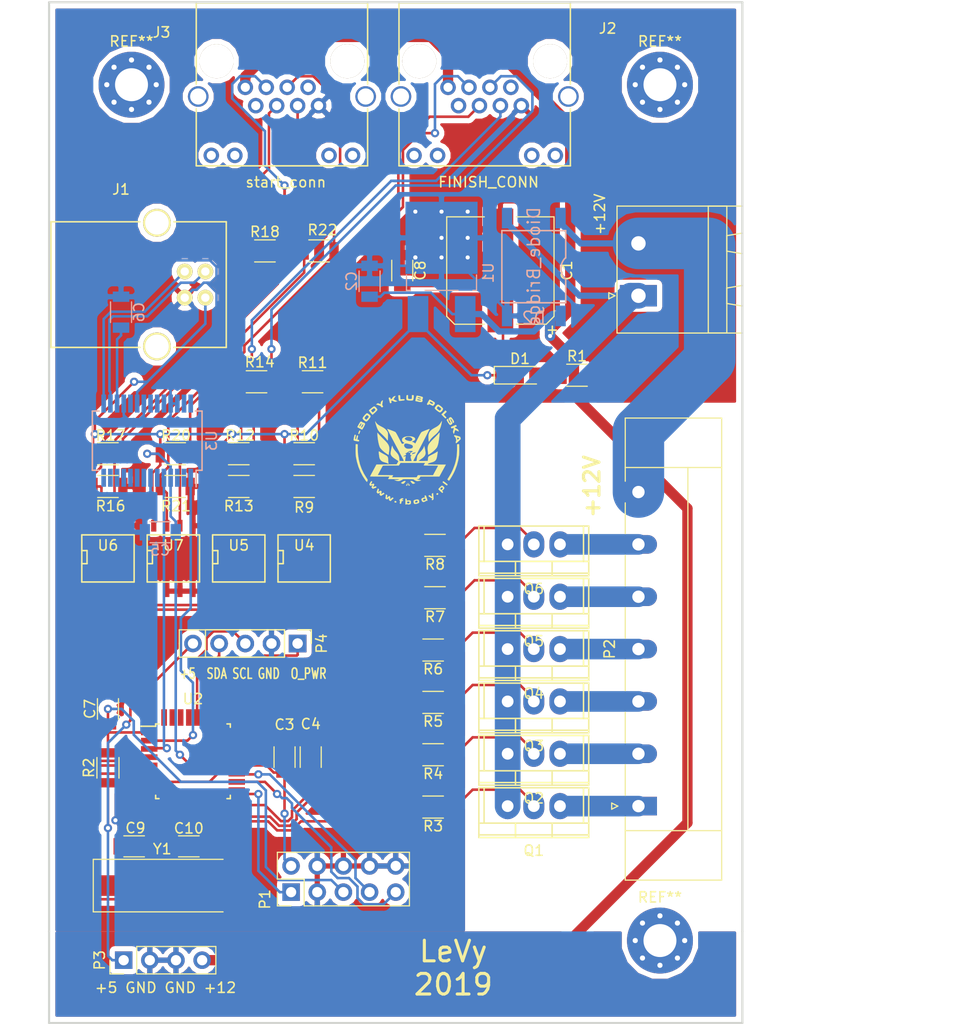
<source format=kicad_pcb>
(kicad_pcb (version 20171130) (host pcbnew "(5.0.2)-1")
  (layers (0 F.Cu signal) (31 B.Cu signal) (34 B.Paste user) (35 F.Paste user) (36 B.SilkS user) (37 F.SilkS user) (38 B.Mask user) (39 F.Mask user) (44 Edge.Cuts user))
  (net 0 "")
  (net 1 GND)
  (net 2 +5V)
  (net 3 "Net-(C4-Pad1)")
  (net 4 "Net-(C6-Pad1)")
  (net 5 RST)
  (net 6 "Net-(C9-Pad2)")
  (net 7 "Net-(C10-Pad2)")
  (net 8 "Net-(D1-Pad2)")
  (net 9 +12V)
  (net 10 "Net-(J1-Pad2)")
  (net 11 "Net-(J1-Pad3)")
  (net 12 "Net-(J1-Pad5)")
  (net 13 "Net-(J2-Pad3)")
  (net 14 "Net-(J2-Pad5)")
  (net 15 "Net-(J2-Pad4)")
  (net 16 "Net-(J2-Pad6)")
  (net 17 "Net-(J3-Pad6)")
  (net 18 "Net-(J3-Pad4)")
  (net 19 "Net-(J3-Pad5)")
  (net 20 "Net-(J3-Pad3)")
  (net 21 MISO)
  (net 22 SCK)
  (net 23 MOSI)
  (net 24 /mosfet_LED6)
  (net 25 /mosfet_LED5)
  (net 26 /mosfet_LED4)
  (net 27 /mosfet_LED3)
  (net 28 /mosfet_LED2)
  (net 29 /mosfet_LED1)
  (net 30 /SDA)
  (net 31 /SCL)
  (net 32 /OLED_PWR)
  (net 33 "Net-(Q1-Pad2)")
  (net 34 "Net-(Q2-Pad2)")
  (net 35 "Net-(Q3-Pad2)")
  (net 36 "Net-(Q4-Pad2)")
  (net 37 "Net-(Q5-Pad2)")
  (net 38 "Net-(Q6-Pad2)")
  (net 39 /LED1)
  (net 40 /LED2)
  (net 41 /LED3)
  (net 42 /LED4)
  (net 43 /LED5)
  (net 44 /LED6)
  (net 45 /start_lewa)
  (net 46 /start_prawa)
  (net 47 /meta_prawa)
  (net 48 /meta_lewa)
  (net 49 RXD)
  (net 50 TXD)
  (net 51 GNDA)
  (net 52 +12P)
  (module Mounting_Holes:MountingHole_3.2mm_M3_Pad_Via (layer F.Cu) (at 94.234 115.824)
    (fp_text reference REF** (at 0 -4.2) (layer F.SilkS))
    (fp_text value MountingHole_3.2mm_M3_Pad_Via)
    (pad 1 thru_hole circle (at 0 0) (size 6.4 6.4) (drill 3.2) (layers *.Cu *.Mask))
    (pad 1 thru_hole circle (at 2.4 0) (size 0.8 0.8) (drill 0.5) (layers *.Cu *.Mask))
    (pad 1 thru_hole circle (at 1.697056 1.697056) (size 0.8 0.8) (drill 0.5) (layers *.Cu *.Mask))
    (pad 1 thru_hole circle (at 0 2.4) (size 0.8 0.8) (drill 0.5) (layers *.Cu *.Mask))
    (pad 1 thru_hole circle (at -1.697056 1.697056) (size 0.8 0.8) (drill 0.5) (layers *.Cu *.Mask))
    (pad 1 thru_hole circle (at -2.4 0) (size 0.8 0.8) (drill 0.5) (layers *.Cu *.Mask))
    (pad 1 thru_hole circle (at -1.697056 -1.697056) (size 0.8 0.8) (drill 0.5) (layers *.Cu *.Mask))
    (pad 1 thru_hole circle (at 0 -2.4) (size 0.8 0.8) (drill 0.5) (layers *.Cu *.Mask))
    (pad 1 thru_hole circle (at 1.697056 -1.697056) (size 0.8 0.8) (drill 0.5) (layers *.Cu *.Mask))
  )
  (module Mounting_Holes:MountingHole_3.2mm_M3_Pad_Via (layer F.Cu) (at 94.234 32.766)
    (fp_text reference REF** (at 0 -4.2) (layer F.SilkS))
    (fp_text value MountingHole_3.2mm_M3_Pad_Via)
    (pad 1 thru_hole circle (at 1.697056 -1.697056) (size 0.8 0.8) (drill 0.5) (layers *.Cu *.Mask))
    (pad 1 thru_hole circle (at 0 -2.4) (size 0.8 0.8) (drill 0.5) (layers *.Cu *.Mask))
    (pad 1 thru_hole circle (at -1.697056 -1.697056) (size 0.8 0.8) (drill 0.5) (layers *.Cu *.Mask))
    (pad 1 thru_hole circle (at -2.4 0) (size 0.8 0.8) (drill 0.5) (layers *.Cu *.Mask))
    (pad 1 thru_hole circle (at -1.697056 1.697056) (size 0.8 0.8) (drill 0.5) (layers *.Cu *.Mask))
    (pad 1 thru_hole circle (at 0 2.4) (size 0.8 0.8) (drill 0.5) (layers *.Cu *.Mask))
    (pad 1 thru_hole circle (at 1.697056 1.697056) (size 0.8 0.8) (drill 0.5) (layers *.Cu *.Mask))
    (pad 1 thru_hole circle (at 2.4 0) (size 0.8 0.8) (drill 0.5) (layers *.Cu *.Mask))
    (pad 1 thru_hole circle (at 0 0) (size 6.4 6.4) (drill 3.2) (layers *.Cu *.Mask))
  )
  (module Capacitors_SMD:CP_Elec_10x10.5 (layer F.Cu) (at 78.74 50.8 90)
    (fp_text reference C1 (at 0 6.46 90) (layer F.SilkS))
    (fp_text value 220uF)
    (fp_text user + (at -5.78 4.97 90) (layer F.SilkS))
    (pad 2 smd rect (at 4 0 270) (size 4 2.5) (layers F.Cu F.Paste F.Mask) (net 1 GND))
    (pad 1 smd rect (at -4 0 270) (size 4 2.5) (layers F.Cu F.Paste F.Mask) (net 2 +5V))
  )
  (module Capacitors_SMD:C_1206 (layer B.Cu) (at 66.04 51.84 270)
    (fp_text reference C2 (at 0 1.75 270) (layer B.SilkS) (effects (justify mirror)))
    (fp_text value 100nF)
    (pad 2 smd rect (at 1.5 0 270) (size 1 1.6) (layers B.Cu B.Paste B.Mask) (net 52 +12P))
    (pad 1 smd rect (at -1.5 0 270) (size 1 1.6) (layers B.Cu B.Paste B.Mask) (net 1 GND))
  )
  (module Capacitors_SMD:C_1206 (layer F.Cu) (at 57.785 98.02 270)
    (fp_text reference C3 (at -3.151 0) (layer F.SilkS))
    (fp_text value 100nF)
    (pad 1 smd rect (at -1.5 0 270) (size 1 1.6) (layers F.Cu F.Paste F.Mask) (net 1 GND))
    (pad 2 smd rect (at 1.5 0 270) (size 1 1.6) (layers F.Cu F.Paste F.Mask) (net 2 +5V))
  )
  (module Capacitors_SMD:C_1206 (layer F.Cu) (at 60.325 98.02 90)
    (fp_text reference C4 (at 3.2145 0 180) (layer F.SilkS))
    (fp_text value 100nF)
    (pad 2 smd rect (at 1.5 0 90) (size 1 1.6) (layers F.Cu F.Paste F.Mask) (net 1 GND))
    (pad 1 smd rect (at -1.5 0 90) (size 1 1.6) (layers F.Cu F.Paste F.Mask) (net 3 "Net-(C4-Pad1)"))
  )
  (module Capacitors_SMD:C_1206 (layer B.Cu) (at 45.72 76.2)
    (fp_text reference C5 (at 0 1.75) (layer B.SilkS) (effects (justify mirror)))
    (fp_text value 100nF)
    (pad 2 smd rect (at 1.5 0) (size 1 1.6) (layers B.Cu B.Paste B.Mask) (net 2 +5V))
    (pad 1 smd rect (at -1.5 0) (size 1 1.6) (layers B.Cu B.Paste B.Mask) (net 1 GND))
  )
  (module Capacitors_SMD:C_1206 (layer B.Cu) (at 41.91 54.84 90)
    (fp_text reference C6 (at 0 1.75 90) (layer B.SilkS) (effects (justify mirror)))
    (fp_text value 100nF)
    (pad 1 smd rect (at -1.5 0 90) (size 1 1.6) (layers B.Cu B.Paste B.Mask) (net 4 "Net-(C6-Pad1)"))
    (pad 2 smd rect (at 1.5 0 90) (size 1 1.6) (layers B.Cu B.Paste B.Mask) (net 1 GND))
  )
  (module Capacitors_SMD:C_1206 (layer F.Cu) (at 40.64 93.345 90)
    (fp_text reference C7 (at 0 -1.75 90) (layer F.SilkS))
    (fp_text value 100nF)
    (pad 2 smd rect (at 1.5 0 90) (size 1 1.6) (layers F.Cu F.Paste F.Mask) (net 1 GND))
    (pad 1 smd rect (at -1.5 0 90) (size 1 1.6) (layers F.Cu F.Paste F.Mask) (net 5 RST))
  )
  (module Capacitors_SMD:C_1206 (layer F.Cu) (at 69.215 50.8 270)
    (fp_text reference C8 (at 0 -1.75 270) (layer F.SilkS))
    (fp_text value 100nF)
    (pad 1 smd rect (at -1.5 0 270) (size 1 1.6) (layers F.Cu F.Paste F.Mask) (net 1 GND))
    (pad 2 smd rect (at 1.5 0 270) (size 1 1.6) (layers F.Cu F.Paste F.Mask) (net 2 +5V))
  )
  (module Capacitors_SMD:C_1206 (layer F.Cu) (at 43.18 106.68 180)
    (fp_text reference C9 (at -0.127 1.778 180) (layer F.SilkS))
    (fp_text value 27pF)
    (pad 1 smd rect (at -1.5 0 180) (size 1 1.6) (layers F.Cu F.Paste F.Mask) (net 1 GND))
    (pad 2 smd rect (at 1.5 0 180) (size 1 1.6) (layers F.Cu F.Paste F.Mask) (net 6 "Net-(C9-Pad2)"))
  )
  (module Capacitors_SMD:C_1206 (layer F.Cu) (at 48.49 106.68)
    (fp_text reference C10 (at 0 -1.75) (layer F.SilkS))
    (fp_text value 27pF)
    (pad 2 smd rect (at 1.5 0) (size 1 1.6) (layers F.Cu F.Paste F.Mask) (net 7 "Net-(C10-Pad2)"))
    (pad 1 smd rect (at -1.5 0) (size 1 1.6) (layers F.Cu F.Paste F.Mask) (net 1 GND))
  )
  (module LEDs:LED_1206 (layer F.Cu) (at 80.645 60.96)
    (fp_text reference D1 (at 0 -1.6) (layer F.SilkS))
    (fp_text value zasilnie)
    (pad 1 smd rect (at -1.65 0 180) (size 1.5 1.5) (layers F.Cu F.Paste F.Mask) (net 2 +5V))
    (pad 2 smd rect (at 1.65 0 180) (size 1.5 1.5) (layers F.Cu F.Paste F.Mask) (net 8 "Net-(D1-Pad2)"))
  )
  (module drzwiczki_modbus:DB151 (layer B.Cu) (at 81.98532 50.70624 90)
    (fp_text reference D2 (at -4.7 0) (layer B.SilkS) (effects (font (size 1.2 1.2)) (justify mirror)))
    (fp_text value Diode_Bridge (at 0.2794 0 90) (layer B.SilkS) (effects (font (size 1.2 1.2)) (justify mirror)))
    (pad 1 smd rect (at -4.5 2.6 90) (size 2 1) (layers B.Cu B.Paste B.Mask) (net 52 +12P))
    (pad 2 smd rect (at -4.5 -2.6 90) (size 2 1) (layers B.Cu B.Paste B.Mask) (net 1 GND))
    (pad 4 smd rect (at 5 2.6 90) (size 2 1) (layers B.Cu B.Paste B.Mask) (net 9 +12V))
    (pad 3 smd rect (at 5 -2.6 90) (size 2 1) (layers B.Cu B.Paste B.Mask) (net 51 GNDA))
  )
  (module Connect:USB_B (layer F.Cu) (at 50.09468 53.43376 180)
    (fp_text reference J1 (at 8.18468 10.50776) (layer F.SilkS))
    (fp_text value USB_B)
    (pad 2 thru_hole circle (at 0 2.54 90) (size 1.524 1.524) (drill 0.8128) (layers *.Cu *.Mask F.SilkS) (net 10 "Net-(J1-Pad2)"))
    (pad 1 thru_hole circle (at 0 0 90) (size 1.524 1.524) (drill 0.8128) (layers *.Cu *.Mask F.SilkS) (net 2 +5V))
    (pad 4 thru_hole circle (at 1.99898 0 90) (size 1.524 1.524) (drill 0.8128) (layers *.Cu *.Mask F.SilkS) (net 1 GND))
    (pad 3 thru_hole circle (at 1.99898 2.54 90) (size 1.524 1.524) (drill 0.8128) (layers *.Cu *.Mask F.SilkS) (net 11 "Net-(J1-Pad3)"))
    (pad 5 thru_hole circle (at 4.699 7.26948 90) (size 2.70002 2.70002) (drill 2.30124) (layers *.Cu *.Mask F.SilkS) (net 12 "Net-(J1-Pad5)"))
    (pad 5 thru_hole circle (at 4.699 -4.72948 90) (size 2.70002 2.70002) (drill 2.30124) (layers *.Cu *.Mask F.SilkS) (net 12 "Net-(J1-Pad5)"))
  )
  (module Connect:RJHSE538X (layer F.Cu) (at 73.66 33.02)
    (fp_text reference J2 (at 15.494 -5.715) (layer F.SilkS))
    (fp_text value FINISH_CONN (at 3.937 9.2075) (layer F.SilkS))
    (pad "" thru_hole circle (at -4.572 0.889) (size 2 2) (drill 1.57) (layers *.Cu *.Mask))
    (pad "" thru_hole circle (at 9.906 -2.54) (size 3.3 3.3) (drill 3.3) (layers *.Cu *.Mask F.SilkS))
    (pad "" thru_hole circle (at -2.794 -2.54) (size 3.3 3.3) (drill 3.3) (layers *.Cu *.Mask F.SilkS))
    (pad 1 thru_hole circle (at 0 0) (size 1.50114 1.50114) (drill 0.889) (layers *.Cu *.Mask) (net 52 +12P))
    (pad 7 thru_hole circle (at 6.096 0) (size 1.50114 1.50114) (drill 0.889) (layers *.Cu *.Mask))
    (pad 3 thru_hole circle (at 2.032 0) (size 1.50114 1.50114) (drill 0.889) (layers *.Cu *.Mask) (net 13 "Net-(J2-Pad3)"))
    (pad 5 thru_hole circle (at 4.064 0) (size 1.50114 1.50114) (drill 0.889) (layers *.Cu *.Mask) (net 14 "Net-(J2-Pad5)"))
    (pad 2 thru_hole circle (at 1.016 1.778) (size 1.50114 1.50114) (drill 0.889) (layers *.Cu *.Mask))
    (pad 4 thru_hole circle (at 3.048 1.778) (size 1.50114 1.50114) (drill 0.889) (layers *.Cu *.Mask) (net 15 "Net-(J2-Pad4)"))
    (pad 6 thru_hole circle (at 5.08 1.778) (size 1.50114 1.50114) (drill 0.889) (layers *.Cu *.Mask) (net 16 "Net-(J2-Pad6)"))
    (pad 8 thru_hole circle (at 7.112 1.778) (size 1.50114 1.50114) (drill 0.889) (layers *.Cu *.Mask) (net 1 GND))
    (pad 12 thru_hole circle (at 10.414 6.604) (size 1.50114 1.50114) (drill 0.889) (layers *.Cu *.Mask))
    (pad 11 thru_hole circle (at 8.128 6.604) (size 1.50114 1.50114) (drill 0.889) (layers *.Cu *.Mask))
    (pad 10 thru_hole circle (at -1.016 6.604) (size 1.50114 1.50114) (drill 0.889) (layers *.Cu *.Mask))
    (pad 9 thru_hole circle (at -3.302 6.604) (size 1.50114 1.50114) (drill 0.889) (layers *.Cu *.Mask))
    (pad "" thru_hole circle (at 11.684 0.889) (size 2 2) (drill 1.57) (layers *.Cu *.Mask))
  )
  (module Connect:RJHSE538X (layer F.Cu) (at 53.975 33.02)
    (fp_text reference J3 (at -8.128 -5.334) (layer F.SilkS))
    (fp_text value start_conn (at 3.937 9.2075) (layer F.SilkS))
    (pad "" thru_hole circle (at 11.684 0.889) (size 2 2) (drill 1.57) (layers *.Cu *.Mask))
    (pad 9 thru_hole circle (at -3.302 6.604) (size 1.50114 1.50114) (drill 0.889) (layers *.Cu *.Mask))
    (pad 10 thru_hole circle (at -1.016 6.604) (size 1.50114 1.50114) (drill 0.889) (layers *.Cu *.Mask))
    (pad 11 thru_hole circle (at 8.128 6.604) (size 1.50114 1.50114) (drill 0.889) (layers *.Cu *.Mask))
    (pad 12 thru_hole circle (at 10.414 6.604) (size 1.50114 1.50114) (drill 0.889) (layers *.Cu *.Mask))
    (pad 8 thru_hole circle (at 7.112 1.778) (size 1.50114 1.50114) (drill 0.889) (layers *.Cu *.Mask) (net 1 GND))
    (pad 6 thru_hole circle (at 5.08 1.778) (size 1.50114 1.50114) (drill 0.889) (layers *.Cu *.Mask) (net 17 "Net-(J3-Pad6)"))
    (pad 4 thru_hole circle (at 3.048 1.778) (size 1.50114 1.50114) (drill 0.889) (layers *.Cu *.Mask) (net 18 "Net-(J3-Pad4)"))
    (pad 2 thru_hole circle (at 1.016 1.778) (size 1.50114 1.50114) (drill 0.889) (layers *.Cu *.Mask))
    (pad 5 thru_hole circle (at 4.064 0) (size 1.50114 1.50114) (drill 0.889) (layers *.Cu *.Mask) (net 19 "Net-(J3-Pad5)"))
    (pad 3 thru_hole circle (at 2.032 0) (size 1.50114 1.50114) (drill 0.889) (layers *.Cu *.Mask) (net 20 "Net-(J3-Pad3)"))
    (pad 7 thru_hole circle (at 6.096 0) (size 1.50114 1.50114) (drill 0.889) (layers *.Cu *.Mask))
    (pad 1 thru_hole circle (at 0 0) (size 1.50114 1.50114) (drill 0.889) (layers *.Cu *.Mask) (net 52 +12P))
    (pad "" thru_hole circle (at -2.794 -2.54) (size 3.3 3.3) (drill 3.3) (layers *.Cu *.Mask F.SilkS))
    (pad "" thru_hole circle (at 9.906 -2.54) (size 3.3 3.3) (drill 3.3) (layers *.Cu *.Mask F.SilkS))
    (pad "" thru_hole circle (at -4.572 0.889) (size 2 2) (drill 1.57) (layers *.Cu *.Mask))
  )
  (module Pin_Headers:Pin_Header_Straight_2x05_Pitch2.54mm (layer F.Cu) (at 58.42 111.125 90)
    (fp_text reference P1 (at -0.6985 -2.54 90) (layer F.SilkS))
    (fp_text value AVR_ISP)
    (pad 10 thru_hole oval (at 2.54 10.16 90) (size 1.7 1.7) (drill 1) (layers *.Cu *.Mask) (net 1 GND))
    (pad 9 thru_hole oval (at 0 10.16 90) (size 1.7 1.7) (drill 1) (layers *.Cu *.Mask) (net 21 MISO))
    (pad 8 thru_hole oval (at 2.54 7.62 90) (size 1.7 1.7) (drill 1) (layers *.Cu *.Mask) (net 1 GND))
    (pad 7 thru_hole oval (at 0 7.62 90) (size 1.7 1.7) (drill 1) (layers *.Cu *.Mask) (net 22 SCK))
    (pad 6 thru_hole oval (at 2.54 5.08 90) (size 1.7 1.7) (drill 1) (layers *.Cu *.Mask) (net 1 GND))
    (pad 5 thru_hole oval (at 0 5.08 90) (size 1.7 1.7) (drill 1) (layers *.Cu *.Mask) (net 5 RST))
    (pad 4 thru_hole oval (at 2.54 2.54 90) (size 1.7 1.7) (drill 1) (layers *.Cu *.Mask) (net 1 GND))
    (pad 3 thru_hole oval (at 0 2.54 90) (size 1.7 1.7) (drill 1) (layers *.Cu *.Mask) (net 1 GND))
    (pad 2 thru_hole oval (at 2.54 0 90) (size 1.7 1.7) (drill 1) (layers *.Cu *.Mask) (net 2 +5V))
    (pad 1 thru_hole rect (at 0 0 90) (size 1.7 1.7) (drill 1) (layers *.Cu *.Mask) (net 23 MOSI))
  )
  (module Connectors_Phoenix:PhoenixContact_MC-GF_07x5.08mm_Angled_ThreadedFlange (layer F.Cu) (at 92.14532 102.77624 90)
    (fp_text reference P2 (at 15.24 -2.8 90) (layer F.SilkS))
    (fp_text value LED_TREE)
    (pad 7 thru_hole oval (at 30.48 0 90) (size 1.8 3.6) (drill 1.2) (layers *.Cu *.Mask) (net 9 +12V))
    (pad 6 thru_hole oval (at 25.4 0 90) (size 1.8 3.6) (drill 1.2) (layers *.Cu *.Mask) (net 24 /mosfet_LED6))
    (pad 5 thru_hole oval (at 20.32 0 90) (size 1.8 3.6) (drill 1.2) (layers *.Cu *.Mask) (net 25 /mosfet_LED5))
    (pad 4 thru_hole oval (at 15.24 0 90) (size 1.8 3.6) (drill 1.2) (layers *.Cu *.Mask) (net 26 /mosfet_LED4))
    (pad 3 thru_hole oval (at 10.16 0 90) (size 1.8 3.6) (drill 1.2) (layers *.Cu *.Mask) (net 27 /mosfet_LED3))
    (pad 2 thru_hole oval (at 5.08 0 90) (size 1.8 3.6) (drill 1.2) (layers *.Cu *.Mask) (net 28 /mosfet_LED2))
    (pad 1 thru_hole rect (at 0 0 90) (size 1.8 3.6) (drill 1.2) (layers *.Cu *.Mask) (net 29 /mosfet_LED1))
  )
  (module Connectors_Phoenix:PhoenixContact_MSTBA-G_02x5.08mm_Angled (layer F.Cu) (at 92.14532 53.24624 90)
    (fp_text reference Power1)
    (fp_text value +12V (at 7.90724 -3.75332 90) (layer F.SilkS))
    (pad 2 thru_hole oval (at 5.08 0 90) (size 2.08 3.6) (drill 1.4) (layers *.Cu *.Mask) (net 9 +12V))
    (pad 1 thru_hole rect (at 0 0 90) (size 2.08 3.6) (drill 1.4) (layers *.Cu *.Mask) (net 51 GNDA))
  )
  (module Power_Integrations:TO-220 (layer F.Cu) (at 81.98532 102.77624 180)
    (fp_text reference Q1 (at 0 -4.318 180) (layer F.SilkS))
    (fp_text value BUZ11)
    (pad 1 thru_hole oval (at -2.54 0 180) (size 2.032 2.54) (drill 1.143) (layers *.Cu *.Mask) (net 29 /mosfet_LED1))
    (pad 3 thru_hole oval (at 2.54 0 180) (size 2.032 2.54) (drill 1.143) (layers *.Cu *.Mask) (net 51 GNDA))
    (pad 2 thru_hole oval (at 0 0 180) (size 2.032 2.54) (drill 1.143) (layers *.Cu *.Mask) (net 33 "Net-(Q1-Pad2)"))
  )
  (module Power_Integrations:TO-220 (layer F.Cu) (at 81.98532 97.69624 180)
    (fp_text reference Q2 (at 0 -4.318 180) (layer F.SilkS))
    (fp_text value BUZ11)
    (pad 2 thru_hole oval (at 0 0 180) (size 2.032 2.54) (drill 1.143) (layers *.Cu *.Mask) (net 34 "Net-(Q2-Pad2)"))
    (pad 3 thru_hole oval (at 2.54 0 180) (size 2.032 2.54) (drill 1.143) (layers *.Cu *.Mask) (net 51 GNDA))
    (pad 1 thru_hole oval (at -2.54 0 180) (size 2.032 2.54) (drill 1.143) (layers *.Cu *.Mask) (net 28 /mosfet_LED2))
  )
  (module Power_Integrations:TO-220 (layer F.Cu) (at 81.98532 92.61624 180)
    (fp_text reference Q3 (at 0 -4.318 180) (layer F.SilkS))
    (fp_text value BUZ11)
    (pad 2 thru_hole oval (at 0 0 180) (size 2.032 2.54) (drill 1.143) (layers *.Cu *.Mask) (net 35 "Net-(Q3-Pad2)"))
    (pad 3 thru_hole oval (at 2.54 0 180) (size 2.032 2.54) (drill 1.143) (layers *.Cu *.Mask) (net 51 GNDA))
    (pad 1 thru_hole oval (at -2.54 0 180) (size 2.032 2.54) (drill 1.143) (layers *.Cu *.Mask) (net 27 /mosfet_LED3))
  )
  (module Power_Integrations:TO-220 (layer F.Cu) (at 81.98532 87.53624 180)
    (fp_text reference Q4 (at 0 -4.318 180) (layer F.SilkS))
    (fp_text value BUZ11)
    (pad 2 thru_hole oval (at 0 0 180) (size 2.032 2.54) (drill 1.143) (layers *.Cu *.Mask) (net 36 "Net-(Q4-Pad2)"))
    (pad 3 thru_hole oval (at 2.54 0 180) (size 2.032 2.54) (drill 1.143) (layers *.Cu *.Mask) (net 51 GNDA))
    (pad 1 thru_hole oval (at -2.54 0 180) (size 2.032 2.54) (drill 1.143) (layers *.Cu *.Mask) (net 26 /mosfet_LED4))
  )
  (module Power_Integrations:TO-220 (layer F.Cu) (at 81.98532 82.45624 180)
    (fp_text reference Q5 (at 0 -4.318 180) (layer F.SilkS))
    (fp_text value BUZ11)
    (pad 1 thru_hole oval (at -2.54 0 180) (size 2.032 2.54) (drill 1.143) (layers *.Cu *.Mask) (net 25 /mosfet_LED5))
    (pad 3 thru_hole oval (at 2.54 0 180) (size 2.032 2.54) (drill 1.143) (layers *.Cu *.Mask) (net 51 GNDA))
    (pad 2 thru_hole oval (at 0 0 180) (size 2.032 2.54) (drill 1.143) (layers *.Cu *.Mask) (net 37 "Net-(Q5-Pad2)"))
  )
  (module Power_Integrations:TO-220 (layer F.Cu) (at 81.98532 77.37624 180)
    (fp_text reference Q6 (at 0 -4.318 180) (layer F.SilkS))
    (fp_text value BUZ11)
    (pad 1 thru_hole oval (at -2.54 0 180) (size 2.032 2.54) (drill 1.143) (layers *.Cu *.Mask) (net 24 /mosfet_LED6))
    (pad 3 thru_hole oval (at 2.54 0 180) (size 2.032 2.54) (drill 1.143) (layers *.Cu *.Mask) (net 51 GNDA))
    (pad 2 thru_hole oval (at 0 0 180) (size 2.032 2.54) (drill 1.143) (layers *.Cu *.Mask) (net 38 "Net-(Q6-Pad2)"))
  )
  (module Resistors_SMD:R_1206 (layer F.Cu) (at 86.18 60.96)
    (fp_text reference R1 (at 0 -1.85) (layer F.SilkS))
    (fp_text value 470)
    (pad 1 smd rect (at -1.45 0) (size 0.9 1.7) (layers F.Cu F.Paste F.Mask) (net 8 "Net-(D1-Pad2)"))
    (pad 2 smd rect (at 1.45 0) (size 0.9 1.7) (layers F.Cu F.Paste F.Mask) (net 1 GND))
  )
  (module Resistors_SMD:R_1206 (layer F.Cu) (at 40.64 99.06 90)
    (fp_text reference R2 (at 0 -1.85 90) (layer F.SilkS))
    (fp_text value 10k)
    (pad 2 smd rect (at 1.45 0 90) (size 0.9 1.7) (layers F.Cu F.Paste F.Mask) (net 5 RST))
    (pad 1 smd rect (at -1.45 0 90) (size 0.9 1.7) (layers F.Cu F.Paste F.Mask) (net 2 +5V))
  )
  (module Resistors_SMD:R_1206 (layer F.Cu) (at 72.21 102.87 180)
    (fp_text reference R3 (at 0 -1.85 180) (layer F.SilkS))
    (fp_text value 470)
    (pad 2 smd rect (at 1.45 0 180) (size 0.9 1.7) (layers F.Cu F.Paste F.Mask) (net 39 /LED1))
    (pad 1 smd rect (at -1.45 0 180) (size 0.9 1.7) (layers F.Cu F.Paste F.Mask) (net 33 "Net-(Q1-Pad2)"))
  )
  (module Resistors_SMD:R_1206 (layer F.Cu) (at 72.21 97.79 180)
    (fp_text reference R4 (at 0 -1.85 180) (layer F.SilkS))
    (fp_text value 470)
    (pad 1 smd rect (at -1.45 0 180) (size 0.9 1.7) (layers F.Cu F.Paste F.Mask) (net 34 "Net-(Q2-Pad2)"))
    (pad 2 smd rect (at 1.45 0 180) (size 0.9 1.7) (layers F.Cu F.Paste F.Mask) (net 40 /LED2))
  )
  (module Resistors_SMD:R_1206 (layer F.Cu) (at 72.21 92.71 180)
    (fp_text reference R5 (at 0 -1.85 180) (layer F.SilkS))
    (fp_text value 470)
    (pad 1 smd rect (at -1.45 0 180) (size 0.9 1.7) (layers F.Cu F.Paste F.Mask) (net 35 "Net-(Q3-Pad2)"))
    (pad 2 smd rect (at 1.45 0 180) (size 0.9 1.7) (layers F.Cu F.Paste F.Mask) (net 41 /LED3))
  )
  (module Resistors_SMD:R_1206 (layer F.Cu) (at 72.21 87.63 180)
    (fp_text reference R6 (at 0 -1.85 180) (layer F.SilkS))
    (fp_text value 470)
    (pad 2 smd rect (at 1.45 0 180) (size 0.9 1.7) (layers F.Cu F.Paste F.Mask) (net 42 /LED4))
    (pad 1 smd rect (at -1.45 0 180) (size 0.9 1.7) (layers F.Cu F.Paste F.Mask) (net 36 "Net-(Q4-Pad2)"))
  )
  (module Resistors_SMD:R_1206 (layer F.Cu) (at 72.39 82.55 180)
    (fp_text reference R7 (at 0 -1.85 180) (layer F.SilkS))
    (fp_text value 470)
    (pad 2 smd rect (at 1.45 0 180) (size 0.9 1.7) (layers F.Cu F.Paste F.Mask) (net 43 /LED5))
    (pad 1 smd rect (at -1.45 0 180) (size 0.9 1.7) (layers F.Cu F.Paste F.Mask) (net 37 "Net-(Q5-Pad2)"))
  )
  (module Resistors_SMD:R_1206 (layer F.Cu) (at 72.39 77.47 180)
    (fp_text reference R8 (at 0 -1.85 180) (layer F.SilkS))
    (fp_text value 470)
    (pad 2 smd rect (at 1.45 0 180) (size 0.9 1.7) (layers F.Cu F.Paste F.Mask) (net 44 /LED6))
    (pad 1 smd rect (at -1.45 0 180) (size 0.9 1.7) (layers F.Cu F.Paste F.Mask) (net 38 "Net-(Q6-Pad2)"))
  )
  (module Resistors_SMD:R_1206 (layer F.Cu) (at 59.69 71.755)
    (fp_text reference R9 (at 0 2.032) (layer F.SilkS))
    (fp_text value 470)
    (pad 2 smd rect (at 1.45 0) (size 0.9 1.7) (layers F.Cu F.Paste F.Mask) (net 1 GND))
    (pad 1 smd rect (at -1.45 0) (size 0.9 1.7) (layers F.Cu F.Paste F.Mask) (net 15 "Net-(J2-Pad4)"))
  )
  (module Resistors_SMD:R_1206 (layer F.Cu) (at 59.69 68.58 180)
    (fp_text reference R10 (at 0 1.778 180) (layer F.SilkS))
    (fp_text value 470)
    (pad 1 smd rect (at -1.45 0 180) (size 0.9 1.7) (layers F.Cu F.Paste F.Mask) (net 13 "Net-(J2-Pad3)"))
    (pad 2 smd rect (at 1.45 0 180) (size 0.9 1.7) (layers F.Cu F.Paste F.Mask) (net 2 +5V))
  )
  (module Resistors_SMD:R_1206 (layer F.Cu) (at 60.505 61.595)
    (fp_text reference R11 (at 0 -1.85) (layer F.SilkS))
    (fp_text value 100)
    (pad 2 smd rect (at 1.45 0) (size 0.9 1.7) (layers F.Cu F.Paste F.Mask) (net 13 "Net-(J2-Pad3)"))
    (pad 1 smd rect (at -1.45 0) (size 0.9 1.7) (layers F.Cu F.Paste F.Mask) (net 15 "Net-(J2-Pad4)"))
  )
  (module Resistors_SMD:R_1206 (layer F.Cu) (at 53.34 68.58 180)
    (fp_text reference R12 (at -0.127 1.778 180) (layer F.SilkS))
    (fp_text value 470)
    (pad 1 smd rect (at -1.45 0 180) (size 0.9 1.7) (layers F.Cu F.Paste F.Mask) (net 14 "Net-(J2-Pad5)"))
    (pad 2 smd rect (at 1.45 0 180) (size 0.9 1.7) (layers F.Cu F.Paste F.Mask) (net 2 +5V))
  )
  (module Resistors_SMD:R_1206 (layer F.Cu) (at 53.34 71.755)
    (fp_text reference R13 (at 0 1.905) (layer F.SilkS))
    (fp_text value 470)
    (pad 2 smd rect (at 1.45 0) (size 0.9 1.7) (layers F.Cu F.Paste F.Mask) (net 1 GND))
    (pad 1 smd rect (at -1.45 0) (size 0.9 1.7) (layers F.Cu F.Paste F.Mask) (net 16 "Net-(J2-Pad6)"))
  )
  (module Resistors_SMD:R_1206 (layer F.Cu) (at 55.065 61.595 180)
    (fp_text reference R14 (at -0.307 1.905 180) (layer F.SilkS))
    (fp_text value 100)
    (pad 1 smd rect (at -1.45 0 180) (size 0.9 1.7) (layers F.Cu F.Paste F.Mask) (net 14 "Net-(J2-Pad5)"))
    (pad 2 smd rect (at 1.45 0 180) (size 0.9 1.7) (layers F.Cu F.Paste F.Mask) (net 16 "Net-(J2-Pad6)"))
  )
  (module Resistors_SMD:R_1206 (layer F.Cu) (at 40.64 71.755)
    (fp_text reference R16 (at 0.254 1.905) (layer F.SilkS))
    (fp_text value 470)
    (pad 1 smd rect (at -1.45 0) (size 0.9 1.7) (layers F.Cu F.Paste F.Mask) (net 18 "Net-(J3-Pad4)"))
    (pad 2 smd rect (at 1.45 0) (size 0.9 1.7) (layers F.Cu F.Paste F.Mask) (net 1 GND))
  )
  (module Resistors_SMD:R_1206 (layer F.Cu) (at 40.64 68.58 180)
    (fp_text reference R17 (at -0.254 1.778 180) (layer F.SilkS))
    (fp_text value 470)
    (pad 2 smd rect (at 1.45 0 180) (size 0.9 1.7) (layers F.Cu F.Paste F.Mask) (net 2 +5V))
    (pad 1 smd rect (at -1.45 0 180) (size 0.9 1.7) (layers F.Cu F.Paste F.Mask) (net 20 "Net-(J3-Pad3)"))
  )
  (module Resistors_SMD:R_1206 (layer F.Cu) (at 55.88 48.895)
    (fp_text reference R18 (at 0 -1.85) (layer F.SilkS))
    (fp_text value 100)
    (pad 1 smd rect (at -1.45 0) (size 0.9 1.7) (layers F.Cu F.Paste F.Mask) (net 18 "Net-(J3-Pad4)"))
    (pad 2 smd rect (at 1.45 0) (size 0.9 1.7) (layers F.Cu F.Paste F.Mask) (net 20 "Net-(J3-Pad3)"))
  )
  (module Resistors_SMD:R_1206 (layer F.Cu) (at 47.17 68.58 180)
    (fp_text reference R20 (at -0.074 1.778 180) (layer F.SilkS))
    (fp_text value 470)
    (pad 1 smd rect (at -1.45 0 180) (size 0.9 1.7) (layers F.Cu F.Paste F.Mask) (net 19 "Net-(J3-Pad5)"))
    (pad 2 smd rect (at 1.45 0 180) (size 0.9 1.7) (layers F.Cu F.Paste F.Mask) (net 2 +5V))
  )
  (module Resistors_SMD:R_1206 (layer F.Cu) (at 47.17 71.755)
    (fp_text reference R21 (at 0.074 1.905) (layer F.SilkS))
    (fp_text value 470)
    (pad 2 smd rect (at 1.45 0) (size 0.9 1.7) (layers F.Cu F.Paste F.Mask) (net 1 GND))
    (pad 1 smd rect (at -1.45 0) (size 0.9 1.7) (layers F.Cu F.Paste F.Mask) (net 17 "Net-(J3-Pad6)"))
  )
  (module Resistors_SMD:R_1206 (layer F.Cu) (at 61.14 48.895 180)
    (fp_text reference R22 (at -0.328 2.032 180) (layer F.SilkS))
    (fp_text value 100)
    (pad 1 smd rect (at -1.45 0 180) (size 0.9 1.7) (layers F.Cu F.Paste F.Mask) (net 19 "Net-(J3-Pad5)"))
    (pad 2 smd rect (at 1.45 0 180) (size 0.9 1.7) (layers F.Cu F.Paste F.Mask) (net 17 "Net-(J3-Pad6)"))
  )
  (module TO_SOT_Packages_SMD:TO-252-2_Rectifier (layer B.Cu) (at 73.025 50.45 90)
    (fp_text reference U1 (at -0.575 4.55 90) (layer B.SilkS) (effects (justify mirror)))
    (fp_text value LM7805)
    (pad 2 smd rect (at 2.825 0 180) (size 7 7) (layers B.Cu B.Paste B.Mask) (net 1 GND))
    (pad 3 smd rect (at -4.575 -2.28 180) (size 2 3.5) (layers B.Cu B.Paste B.Mask) (net 2 +5V))
    (pad 1 smd rect (at -4.575 2.3 180) (size 2 3.5) (layers B.Cu B.Paste B.Mask) (net 52 +12P))
  )
  (module Housings_QFP:TQFP-32_7x7mm_Pitch0.8mm (layer F.Cu) (at 48.895 98.425)
    (fp_text reference U2 (at 0 -6.05) (layer F.SilkS))
    (fp_text value ATMEGA328-PU)
    (pad 32 smd rect (at -2.8 -4.25 90) (size 1.6 0.55) (layers F.Cu F.Paste F.Mask))
    (pad 31 smd rect (at -2 -4.25 90) (size 1.6 0.55) (layers F.Cu F.Paste F.Mask))
    (pad 30 smd rect (at -1.2 -4.25 90) (size 1.6 0.55) (layers F.Cu F.Paste F.Mask))
    (pad 29 smd rect (at -0.4 -4.25 90) (size 1.6 0.55) (layers F.Cu F.Paste F.Mask))
    (pad 28 smd rect (at 0.4 -4.25 90) (size 1.6 0.55) (layers F.Cu F.Paste F.Mask) (net 31 /SCL))
    (pad 27 smd rect (at 1.2 -4.25 90) (size 1.6 0.55) (layers F.Cu F.Paste F.Mask) (net 30 /SDA))
    (pad 26 smd rect (at 2 -4.25 90) (size 1.6 0.55) (layers F.Cu F.Paste F.Mask) (net 32 /OLED_PWR))
    (pad 25 smd rect (at 2.8 -4.25 90) (size 1.6 0.55) (layers F.Cu F.Paste F.Mask) (net 44 /LED6))
    (pad 24 smd rect (at 4.25 -2.8) (size 1.6 0.55) (layers F.Cu F.Paste F.Mask) (net 43 /LED5))
    (pad 23 smd rect (at 4.25 -2) (size 1.6 0.55) (layers F.Cu F.Paste F.Mask) (net 42 /LED4))
    (pad 22 smd rect (at 4.25 -1.2) (size 1.6 0.55) (layers F.Cu F.Paste F.Mask) (net 1 GND))
    (pad 21 smd rect (at 4.25 -0.4) (size 1.6 0.55) (layers F.Cu F.Paste F.Mask) (net 3 "Net-(C4-Pad1)"))
    (pad 20 smd rect (at 4.25 0.4) (size 1.6 0.55) (layers F.Cu F.Paste F.Mask) (net 2 +5V))
    (pad 19 smd rect (at 4.25 1.2) (size 1.6 0.55) (layers F.Cu F.Paste F.Mask) (net 22 SCK))
    (pad 18 smd rect (at 4.25 2) (size 1.6 0.55) (layers F.Cu F.Paste F.Mask) (net 21 MISO))
    (pad 17 smd rect (at 4.25 2.8) (size 1.6 0.55) (layers F.Cu F.Paste F.Mask) (net 23 MOSI))
    (pad 16 smd rect (at 2.8 4.25 90) (size 1.6 0.55) (layers F.Cu F.Paste F.Mask) (net 41 /LED3))
    (pad 15 smd rect (at 2 4.25 90) (size 1.6 0.55) (layers F.Cu F.Paste F.Mask) (net 40 /LED2))
    (pad 14 smd rect (at 1.2 4.25 90) (size 1.6 0.55) (layers F.Cu F.Paste F.Mask) (net 39 /LED1))
    (pad 13 smd rect (at 0.4 4.25 90) (size 1.6 0.55) (layers F.Cu F.Paste F.Mask))
    (pad 12 smd rect (at -0.4 4.25 90) (size 1.6 0.55) (layers F.Cu F.Paste F.Mask))
    (pad 11 smd rect (at -1.2 4.25 90) (size 1.6 0.55) (layers F.Cu F.Paste F.Mask) (net 45 /start_lewa))
    (pad 10 smd rect (at -2 4.25 90) (size 1.6 0.55) (layers F.Cu F.Paste F.Mask) (net 7 "Net-(C10-Pad2)"))
    (pad 9 smd rect (at -2.8 4.25 90) (size 1.6 0.55) (layers F.Cu F.Paste F.Mask) (net 6 "Net-(C9-Pad2)"))
    (pad 8 smd rect (at -4.25 2.8) (size 1.6 0.55) (layers F.Cu F.Paste F.Mask) (net 1 GND))
    (pad 7 smd rect (at -4.25 2) (size 1.6 0.55) (layers F.Cu F.Paste F.Mask) (net 2 +5V))
    (pad 6 smd rect (at -4.25 1.2) (size 1.6 0.55) (layers F.Cu F.Paste F.Mask) (net 46 /start_prawa))
    (pad 5 smd rect (at -4.25 0.4) (size 1.6 0.55) (layers F.Cu F.Paste F.Mask) (net 47 /meta_prawa))
    (pad 4 smd rect (at -4.25 -0.4) (size 1.6 0.55) (layers F.Cu F.Paste F.Mask) (net 48 /meta_lewa))
    (pad 3 smd rect (at -4.25 -1.2) (size 1.6 0.55) (layers F.Cu F.Paste F.Mask) (net 49 RXD))
    (pad 2 smd rect (at -4.25 -2) (size 1.6 0.55) (layers F.Cu F.Paste F.Mask) (net 50 TXD))
    (pad 1 smd rect (at -4.25 -2.8) (size 1.6 0.55) (layers F.Cu F.Paste F.Mask) (net 5 RST))
  )
  (module Housings_SSOP:SSOP-28_5.3x10.2mm_Pitch0.65mm (layer B.Cu) (at 44.45 67.31 90)
    (fp_text reference U3 (at 0 6.25 90) (layer B.SilkS) (effects (justify mirror)))
    (fp_text value FT232RL)
    (pad 28 smd rect (at 3.6 4.225 90) (size 1.75 0.45) (layers B.Cu B.Paste B.Mask))
    (pad 27 smd rect (at 3.6 3.575 90) (size 1.75 0.45) (layers B.Cu B.Paste B.Mask))
    (pad 26 smd rect (at 3.6 2.925 90) (size 1.75 0.45) (layers B.Cu B.Paste B.Mask) (net 1 GND))
    (pad 25 smd rect (at 3.6 2.275 90) (size 1.75 0.45) (layers B.Cu B.Paste B.Mask) (net 1 GND))
    (pad 24 smd rect (at 3.6 1.625 90) (size 1.75 0.45) (layers B.Cu B.Paste B.Mask))
    (pad 23 smd rect (at 3.6 0.975 90) (size 1.75 0.45) (layers B.Cu B.Paste B.Mask))
    (pad 22 smd rect (at 3.6 0.325 90) (size 1.75 0.45) (layers B.Cu B.Paste B.Mask))
    (pad 21 smd rect (at 3.6 -0.325 90) (size 1.75 0.45) (layers B.Cu B.Paste B.Mask) (net 1 GND))
    (pad 20 smd rect (at 3.6 -0.975 90) (size 1.75 0.45) (layers B.Cu B.Paste B.Mask) (net 2 +5V))
    (pad 19 smd rect (at 3.6 -1.625 90) (size 1.75 0.45) (layers B.Cu B.Paste B.Mask))
    (pad 18 smd rect (at 3.6 -2.275 90) (size 1.75 0.45) (layers B.Cu B.Paste B.Mask) (net 1 GND))
    (pad 17 smd rect (at 3.6 -2.925 90) (size 1.75 0.45) (layers B.Cu B.Paste B.Mask) (net 4 "Net-(C6-Pad1)"))
    (pad 16 smd rect (at 3.6 -3.575 90) (size 1.75 0.45) (layers B.Cu B.Paste B.Mask) (net 10 "Net-(J1-Pad2)"))
    (pad 15 smd rect (at 3.6 -4.225 90) (size 1.75 0.45) (layers B.Cu B.Paste B.Mask) (net 11 "Net-(J1-Pad3)"))
    (pad 14 smd rect (at -3.6 -4.225 90) (size 1.75 0.45) (layers B.Cu B.Paste B.Mask))
    (pad 13 smd rect (at -3.6 -3.575 90) (size 1.75 0.45) (layers B.Cu B.Paste B.Mask))
    (pad 12 smd rect (at -3.6 -2.925 90) (size 1.75 0.45) (layers B.Cu B.Paste B.Mask))
    (pad 11 smd rect (at -3.6 -2.275 90) (size 1.75 0.45) (layers B.Cu B.Paste B.Mask))
    (pad 10 smd rect (at -3.6 -1.625 90) (size 1.75 0.45) (layers B.Cu B.Paste B.Mask))
    (pad 9 smd rect (at -3.6 -0.975 90) (size 1.75 0.45) (layers B.Cu B.Paste B.Mask))
    (pad 8 smd rect (at -3.6 -0.325 90) (size 1.75 0.45) (layers B.Cu B.Paste B.Mask))
    (pad 7 smd rect (at -3.6 0.325 90) (size 1.75 0.45) (layers B.Cu B.Paste B.Mask) (net 1 GND))
    (pad 6 smd rect (at -3.6 0.975 90) (size 1.75 0.45) (layers B.Cu B.Paste B.Mask))
    (pad 5 smd rect (at -3.6 1.625 90) (size 1.75 0.45) (layers B.Cu B.Paste B.Mask) (net 49 RXD))
    (pad 4 smd rect (at -3.6 2.275 90) (size 1.75 0.45) (layers B.Cu B.Paste B.Mask) (net 2 +5V))
    (pad 3 smd rect (at -3.6 2.925 90) (size 1.75 0.45) (layers B.Cu B.Paste B.Mask))
    (pad 2 smd rect (at -3.6 3.575 90) (size 1.75 0.45) (layers B.Cu B.Paste B.Mask))
    (pad 1 smd rect (at -3.6 4.225 90) (size 1.75 0.45) (layers B.Cu B.Paste B.Mask) (net 50 TXD))
  )
  (module SMD_Packages:SOIC-8-N (layer F.Cu) (at 59.69 78.74)
    (fp_text reference U4 (at 0 -1.27) (layer F.SilkS))
    (fp_text value SN75176_lewa)
    (pad 1 smd rect (at -1.905 3.175) (size 0.508 1.143) (layers F.Cu F.Paste F.Mask) (net 48 /meta_lewa))
    (pad 2 smd rect (at -0.635 3.175) (size 0.508 1.143) (layers F.Cu F.Paste F.Mask) (net 1 GND))
    (pad 3 smd rect (at 0.635 3.175) (size 0.508 1.143) (layers F.Cu F.Paste F.Mask) (net 1 GND))
    (pad 4 smd rect (at 1.905 3.175) (size 0.508 1.143) (layers F.Cu F.Paste F.Mask) (net 1 GND))
    (pad 5 smd rect (at 1.905 -3.175) (size 0.508 1.143) (layers F.Cu F.Paste F.Mask) (net 1 GND))
    (pad 6 smd rect (at 0.635 -3.175) (size 0.508 1.143) (layers F.Cu F.Paste F.Mask) (net 13 "Net-(J2-Pad3)"))
    (pad 7 smd rect (at -0.635 -3.175) (size 0.508 1.143) (layers F.Cu F.Paste F.Mask) (net 15 "Net-(J2-Pad4)"))
    (pad 8 smd rect (at -1.905 -3.175) (size 0.508 1.143) (layers F.Cu F.Paste F.Mask) (net 2 +5V))
  )
  (module SMD_Packages:SOIC-8-N (layer F.Cu) (at 53.34 78.74)
    (fp_text reference U5 (at 0 -1.27) (layer F.SilkS))
    (fp_text value SN75176_prawa)
    (pad 8 smd rect (at -1.905 -3.175) (size 0.508 1.143) (layers F.Cu F.Paste F.Mask) (net 2 +5V))
    (pad 7 smd rect (at -0.635 -3.175) (size 0.508 1.143) (layers F.Cu F.Paste F.Mask) (net 16 "Net-(J2-Pad6)"))
    (pad 6 smd rect (at 0.635 -3.175) (size 0.508 1.143) (layers F.Cu F.Paste F.Mask) (net 14 "Net-(J2-Pad5)"))
    (pad 5 smd rect (at 1.905 -3.175) (size 0.508 1.143) (layers F.Cu F.Paste F.Mask) (net 1 GND))
    (pad 4 smd rect (at 1.905 3.175) (size 0.508 1.143) (layers F.Cu F.Paste F.Mask) (net 1 GND))
    (pad 3 smd rect (at 0.635 3.175) (size 0.508 1.143) (layers F.Cu F.Paste F.Mask) (net 1 GND))
    (pad 2 smd rect (at -0.635 3.175) (size 0.508 1.143) (layers F.Cu F.Paste F.Mask) (net 1 GND))
    (pad 1 smd rect (at -1.905 3.175) (size 0.508 1.143) (layers F.Cu F.Paste F.Mask) (net 47 /meta_prawa))
  )
  (module SMD_Packages:SOIC-8-N (layer F.Cu) (at 40.64 78.74)
    (fp_text reference U6 (at 0 -1.27) (layer F.SilkS))
    (fp_text value SN75176_lewa)
    (pad 8 smd rect (at -1.905 -3.175) (size 0.508 1.143) (layers F.Cu F.Paste F.Mask) (net 2 +5V))
    (pad 7 smd rect (at -0.635 -3.175) (size 0.508 1.143) (layers F.Cu F.Paste F.Mask) (net 18 "Net-(J3-Pad4)"))
    (pad 6 smd rect (at 0.635 -3.175) (size 0.508 1.143) (layers F.Cu F.Paste F.Mask) (net 20 "Net-(J3-Pad3)"))
    (pad 5 smd rect (at 1.905 -3.175) (size 0.508 1.143) (layers F.Cu F.Paste F.Mask) (net 1 GND))
    (pad 4 smd rect (at 1.905 3.175) (size 0.508 1.143) (layers F.Cu F.Paste F.Mask) (net 1 GND))
    (pad 3 smd rect (at 0.635 3.175) (size 0.508 1.143) (layers F.Cu F.Paste F.Mask) (net 1 GND))
    (pad 2 smd rect (at -0.635 3.175) (size 0.508 1.143) (layers F.Cu F.Paste F.Mask) (net 1 GND))
    (pad 1 smd rect (at -1.905 3.175) (size 0.508 1.143) (layers F.Cu F.Paste F.Mask) (net 45 /start_lewa))
  )
  (module SMD_Packages:SOIC-8-N (layer F.Cu) (at 46.99 78.74)
    (fp_text reference U7 (at 0 -1.27) (layer F.SilkS))
    (fp_text value SN75176_prawa)
    (pad 1 smd rect (at -1.905 3.175) (size 0.508 1.143) (layers F.Cu F.Paste F.Mask) (net 46 /start_prawa))
    (pad 2 smd rect (at -0.635 3.175) (size 0.508 1.143) (layers F.Cu F.Paste F.Mask) (net 1 GND))
    (pad 3 smd rect (at 0.635 3.175) (size 0.508 1.143) (layers F.Cu F.Paste F.Mask) (net 1 GND))
    (pad 4 smd rect (at 1.905 3.175) (size 0.508 1.143) (layers F.Cu F.Paste F.Mask) (net 1 GND))
    (pad 5 smd rect (at 1.905 -3.175) (size 0.508 1.143) (layers F.Cu F.Paste F.Mask) (net 1 GND))
    (pad 6 smd rect (at 0.635 -3.175) (size 0.508 1.143) (layers F.Cu F.Paste F.Mask) (net 19 "Net-(J3-Pad5)"))
    (pad 7 smd rect (at -0.635 -3.175) (size 0.508 1.143) (layers F.Cu F.Paste F.Mask) (net 17 "Net-(J3-Pad6)"))
    (pad 8 smd rect (at -1.905 -3.175) (size 0.508 1.143) (layers F.Cu F.Paste F.Mask) (net 2 +5V))
  )
  (module Crystals:Crystal_SMD_HC49-SD (layer F.Cu) (at 45.915 110.49)
    (fp_text reference Y1 (at 0 -3.55) (layer F.SilkS))
    (fp_text value 16MHz)
    (pad 2 smd rect (at 4.25 0) (size 4.5 2) (layers F.Cu F.Paste F.Mask) (net 7 "Net-(C10-Pad2)"))
    (pad 1 smd rect (at -4.25 0) (size 4.5 2) (layers F.Cu F.Paste F.Mask) (net 6 "Net-(C9-Pad2)"))
  )
  (module Pin_Headers:Pin_Header_Straight_1x04_Pitch2.54mm (layer F.Cu) (at 59.055 86.995 270)
    (fp_text reference "+5  SDA SCL GND  O_PWR" (at 2.921 4.318) (layer F.SilkS) (effects (font (size 1 0.7))))
    (fp_text value oled_conn)
    (pad 4 thru_hole oval (at 0 7.62 270) (size 1.7 1.7) (drill 1) (layers *.Cu *.Mask) (net 30 /SDA))
    (pad 3 thru_hole oval (at 0 5.08 270) (size 1.7 1.7) (drill 1) (layers *.Cu *.Mask) (net 31 /SCL))
    (pad 2 thru_hole oval (at 0 2.54 270) (size 1.7 1.7) (drill 1) (layers *.Cu *.Mask) (net 1 GND))
    (pad 1 thru_hole rect (at 0 0 270) (size 1.7 1.7) (drill 1) (layers *.Cu *.Mask) (net 32 /OLED_PWR))
  )
  (module kicad:fbody_LOGO (layer F.Cu) (at 69.723 68.199)
    (fp_text reference G*** hide)
    (fp_text value fbody_LOGO hide)
  )
  (module Pin_Headers:Pin_Header_Straight_1x04_Pitch2.54mm (layer F.Cu) (at 42.164 117.729 90)
    (fp_text reference P3 (at 0 -2.33 90) (layer F.SilkS))
    (fp_text value CONN_01X04)
    (pad 4 thru_hole oval (at 0 7.62 90) (size 1.7 1.7) (drill 1) (layers *.Cu *.Mask) (net 52 +12P))
    (pad 3 thru_hole oval (at 0 5.08 90) (size 1.7 1.7) (drill 1) (layers *.Cu *.Mask) (net 1 GND))
    (pad 2 thru_hole oval (at 0 2.54 90) (size 1.7 1.7) (drill 1) (layers *.Cu *.Mask) (net 1 GND))
    (pad 1 thru_hole rect (at 0 0 90) (size 1.7 1.7) (drill 1) (layers *.Cu *.Mask) (net 2 +5V))
  )
  (module Pin_Headers:Pin_Header_Straight_1x05_Pitch2.54mm (layer F.Cu) (at 59.055 86.995 270)
    (fp_text reference P4 (at 0 -2.33 270) (layer F.SilkS))
    (fp_text value oled_conn)
    (pad 5 thru_hole oval (at 0 10.16 270) (size 1.7 1.7) (drill 1) (layers *.Cu *.Mask) (net 2 +5V))
    (pad 4 thru_hole oval (at 0 7.62 270) (size 1.7 1.7) (drill 1) (layers *.Cu *.Mask) (net 30 /SDA))
    (pad 3 thru_hole oval (at 0 5.08 270) (size 1.7 1.7) (drill 1) (layers *.Cu *.Mask) (net 31 /SCL))
    (pad 2 thru_hole oval (at 0 2.54 270) (size 1.7 1.7) (drill 1) (layers *.Cu *.Mask) (net 1 GND))
    (pad 1 thru_hole rect (at 0 0 270) (size 1.7 1.7) (drill 1) (layers *.Cu *.Mask) (net 32 /OLED_PWR))
  )
  (module Mounting_Holes:MountingHole_3.2mm_M3_Pad_Via (layer F.Cu) (at 42.926 32.766)
    (fp_text reference REF** (at 0 -4.2) (layer F.SilkS))
    (fp_text value MountingHole_3.2mm_M3_Pad_Via)
    (pad 1 thru_hole circle (at 0 0) (size 6.4 6.4) (drill 3.2) (layers *.Cu *.Mask))
    (pad 1 thru_hole circle (at 2.4 0) (size 0.8 0.8) (drill 0.5) (layers *.Cu *.Mask))
    (pad 1 thru_hole circle (at 1.697056 1.697056) (size 0.8 0.8) (drill 0.5) (layers *.Cu *.Mask))
    (pad 1 thru_hole circle (at 0 2.4) (size 0.8 0.8) (drill 0.5) (layers *.Cu *.Mask))
    (pad 1 thru_hole circle (at -1.697056 1.697056) (size 0.8 0.8) (drill 0.5) (layers *.Cu *.Mask))
    (pad 1 thru_hole circle (at -2.4 0) (size 0.8 0.8) (drill 0.5) (layers *.Cu *.Mask))
    (pad 1 thru_hole circle (at -1.697056 -1.697056) (size 0.8 0.8) (drill 0.5) (layers *.Cu *.Mask))
    (pad 1 thru_hole circle (at 0 -2.4) (size 0.8 0.8) (drill 0.5) (layers *.Cu *.Mask))
    (pad 1 thru_hole circle (at 1.697056 -1.697056) (size 0.8 0.8) (drill 0.5) (layers *.Cu *.Mask))
  )
  (gr_text "+5 GND GND +12\n" (at 46.228 120.396) (layer F.SilkS) (effects (font (size 1 1))))
  (gr_line (start 34.925 123.825) (end 34.925 114.935) (layer Edge.Cuts) (width 0.2))
  (gr_line (start 102.235 123.825) (end 34.925 123.825) (layer Edge.Cuts) (width 0.2))
  (gr_line (start 102.235 114.935) (end 102.235 123.825) (layer Edge.Cuts) (width 0.2))
  (gr_text "+12V\n" (at 87.63 71.755 90) (layer F.SilkS) (effects (font (size 1.5 1.5) (thickness 0.3))))
  (gr_text "LeVy\n2019" (at 74.168 118.491) (layer F.SilkS) (effects (font (size 2 2) (thickness 0.3))))
  (gr_line (start 102.235 114.935) (end 102.235 24.765) (layer Edge.Cuts) (width 0.2))
  (gr_line (start 34.925 24.765) (end 34.925 114.935) (layer Edge.Cuts) (width 0.2))
  (gr_line (start 102.235 24.765) (end 34.925 24.765) (layer Edge.Cuts) (width 0.2))
  (via (at 73.025 45.085) (size 0.8) (drill 0.4) (layers F.Cu B.Cu) (net 1))
  (via (at 75.565 47.625) (size 0.8) (drill 0.4) (layers F.Cu B.Cu) (net 1))
  (via (at 70.485 45.085) (size 0.8) (drill 0.4) (layers F.Cu B.Cu) (net 1))
  (via (at 75.565 45.085) (size 0.8) (drill 0.4) (layers F.Cu B.Cu) (net 1))
  (via (at 75.565 49.53) (size 0.8) (drill 0.4) (layers F.Cu B.Cu) (net 1))
  (via (at 73.025 49.53) (size 0.8) (drill 0.4) (layers F.Cu B.Cu) (net 1))
  (segment (start 46.99 106.68) (end 44.68 106.68) (width 0.25) (layer F.Cu) (net 1))
  (segment (start 56.03 97.225) (end 53.145 97.225) (width 0.25) (layer F.Cu) (net 1))
  (segment (start 56.735 96.52) (end 56.03 97.225) (width 0.25) (layer F.Cu) (net 1))
  (segment (start 57.785 96.52) (end 56.735 96.52) (width 0.25) (layer F.Cu) (net 1))
  (segment (start 60.325 96.52) (end 57.785 96.52) (width 0.25) (layer F.Cu) (net 1))
  (segment (start 40.005 81.915) (end 41.275 81.915) (width 0.25) (layer F.Cu) (net 1))
  (segment (start 42.545 81.915) (end 41.275 81.915) (width 0.25) (layer F.Cu) (net 1))
  (segment (start 46.355 81.915) (end 48.895 81.915) (width 0.25) (layer F.Cu) (net 1))
  (segment (start 52.705 81.915) (end 53.975 81.915) (width 0.25) (layer F.Cu) (net 1))
  (segment (start 55.245 81.915) (end 53.975 81.915) (width 0.25) (layer F.Cu) (net 1))
  (segment (start 59.055 81.915) (end 61.595 81.915) (width 0.25) (layer F.Cu) (net 1))
  (segment (start 60.325 81.5975) (end 59.3725 80.645) (width 0.25) (layer F.Cu) (net 1))
  (segment (start 60.325 81.915) (end 60.325 81.5975) (width 0.25) (layer F.Cu) (net 1))
  (segment (start 47.625 81.915) (end 47.625 80.645) (width 0.25) (layer F.Cu) (net 1))
  (segment (start 53.975 81.915) (end 53.975 80.645) (width 0.25) (layer F.Cu) (net 1))
  (segment (start 47.625 80.645) (end 53.975 80.645) (width 0.25) (layer F.Cu) (net 1))
  (segment (start 53.975 80.645) (end 59.3725 80.645) (width 0.25) (layer F.Cu) (net 1))
  (segment (start 41.91 80.645) (end 47.625 80.645) (width 0.25) (layer F.Cu) (net 1))
  (segment (start 41.275 81.915) (end 41.275 81.28) (width 0.25) (layer F.Cu) (net 1))
  (segment (start 41.275 81.28) (end 41.91 80.645) (width 0.25) (layer F.Cu) (net 1))
  (segment (start 44.125 64.835) (end 43.555 65.405) (width 0.25) (layer B.Cu) (net 1))
  (segment (start 44.125 63.71) (end 44.125 64.835) (width 0.25) (layer B.Cu) (net 1))
  (segment (start 42.175 64.835) (end 42.175 63.71) (width 0.25) (layer B.Cu) (net 1))
  (segment (start 42.745 65.405) (end 42.175 64.835) (width 0.25) (layer B.Cu) (net 1))
  (segment (start 43.555 65.405) (end 42.745 65.405) (width 0.25) (layer B.Cu) (net 1))
  (segment (start 47.375 63.71) (end 46.725 63.71) (width 0.25) (layer B.Cu) (net 1))
  (segment (start 46.725 64.835) (end 46.155 65.405) (width 0.25) (layer B.Cu) (net 1))
  (segment (start 46.725 63.71) (end 46.725 64.835) (width 0.25) (layer B.Cu) (net 1))
  (segment (start 46.155 65.405) (end 45.085 65.405) (width 0.25) (layer B.Cu) (net 1))
  (segment (start 45.085 65.405) (end 43.555 65.405) (width 0.25) (layer B.Cu) (net 1))
  (segment (start 48.895 72.03) (end 48.62 71.755) (width 0.25) (layer F.Cu) (net 1))
  (segment (start 48.895 75.565) (end 48.895 72.03) (width 0.25) (layer F.Cu) (net 1))
  (segment (start 55.245 72.21) (end 54.79 71.755) (width 0.25) (layer F.Cu) (net 1))
  (segment (start 55.245 75.565) (end 55.245 72.21) (width 0.25) (layer F.Cu) (net 1))
  (segment (start 61.595 72.21) (end 61.14 71.755) (width 0.25) (layer F.Cu) (net 1))
  (segment (start 61.595 75.565) (end 61.595 72.21) (width 0.25) (layer F.Cu) (net 1))
  (segment (start 73.025 48.34592) (end 73.025 47.625) (width 0.25) (layer B.Cu) (net 1))
  (segment (start 79.38532 54.70624) (end 73.025 48.34592) (width 0.25) (layer B.Cu) (net 1))
  (segment (start 79.38532 55.20624) (end 79.38532 54.70624) (width 0.25) (layer B.Cu) (net 1))
  (segment (start 70.31 50.34) (end 70.485 49.53) (width 0.25) (layer B.Cu) (net 1))
  (segment (start 66.04 50.34) (end 70.31 50.34) (width 0.25) (layer B.Cu) (net 1))
  (segment (start 44.775 74.595) (end 44.775 70.91) (width 0.25) (layer B.Cu) (net 1))
  (segment (start 44.22 75.15) (end 44.775 74.595) (width 0.25) (layer B.Cu) (net 1))
  (segment (start 44.22 76.2) (end 44.22 75.15) (width 0.25) (layer B.Cu) (net 1))
  (via (at 73.025 47.625) (size 0.8) (drill 0.4) (layers F.Cu B.Cu) (net 1))
  (segment (start 78.74 46.8) (end 73.85 46.8) (width 0.25) (layer F.Cu) (net 1))
  (segment (start 73.85 46.8) (end 73.025 47.625) (width 0.25) (layer F.Cu) (net 1))
  (segment (start 71.94 47.625) (end 73.025 47.625) (width 0.25) (layer F.Cu) (net 1))
  (segment (start 70.265 49.3) (end 71.94 47.625) (width 0.25) (layer F.Cu) (net 1))
  (segment (start 69.215 49.3) (end 70.265 49.3) (width 0.25) (layer F.Cu) (net 1))
  (segment (start 63.5 108.585) (end 66.04 108.585) (width 0.25) (layer F.Cu) (net 1))
  (segment (start 68.58 108.585) (end 66.04 108.585) (width 0.25) (layer F.Cu) (net 1))
  (segment (start 60.96 108.585) (end 63.5 108.585) (width 0.25) (layer F.Cu) (net 1))
  (segment (start 60.96 111.125) (end 60.96 108.585) (width 0.25) (layer F.Cu) (net 1))
  (segment (start 68.58 108.585) (end 73.89056 108.585) (width 0.25) (layer F.Cu) (net 1))
  (segment (start 78.74 36.83) (end 78.74 46.8) (width 0.25) (layer F.Cu) (net 1))
  (segment (start 80.772 34.798) (end 78.74 36.83) (width 0.25) (layer F.Cu) (net 1))
  (segment (start 42.96 53.34) (end 41.91 53.34) (width 0.25) (layer B.Cu) (net 1))
  (segment (start 46.493241 49.806759) (end 42.96 53.34) (width 0.25) (layer B.Cu) (net 1))
  (segment (start 44.645 106.645) (end 44.68 106.68) (width 0.25) (layer F.Cu) (net 1))
  (segment (start 44.645 101.225) (end 44.645 106.645) (width 0.25) (layer F.Cu) (net 1))
  (segment (start 55.245 79.375) (end 55.245 75.565) (width 0.25) (layer F.Cu) (net 1))
  (segment (start 53.975 80.645) (end 55.245 79.375) (width 0.25) (layer F.Cu) (net 1))
  (segment (start 61.595 78.4225) (end 61.595 75.565) (width 0.25) (layer F.Cu) (net 1))
  (segment (start 59.3725 80.645) (end 61.595 78.4225) (width 0.25) (layer F.Cu) (net 1))
  (segment (start 48.895 79.375) (end 48.895 75.565) (width 0.25) (layer F.Cu) (net 1))
  (segment (start 47.625 80.645) (end 48.895 79.375) (width 0.25) (layer F.Cu) (net 1))
  (segment (start 42.545 80.01) (end 42.545 75.565) (width 0.25) (layer F.Cu) (net 1))
  (segment (start 41.91 80.645) (end 42.545 80.01) (width 0.25) (layer F.Cu) (net 1))
  (segment (start 56.515 85.792919) (end 55.177081 84.455) (width 0.25) (layer F.Cu) (net 1))
  (segment (start 56.515 86.995) (end 56.515 85.792919) (width 0.25) (layer F.Cu) (net 1))
  (segment (start 55.177081 84.455) (end 43.18 84.455) (width 0.25) (layer F.Cu) (net 1))
  (segment (start 40.64 86.995) (end 40.64 91.845) (width 0.25) (layer F.Cu) (net 1))
  (segment (start 43.18 84.455) (end 40.64 86.995) (width 0.25) (layer F.Cu) (net 1))
  (segment (start 71.12 49.53) (end 73.025 47.625) (width 0.25) (layer B.Cu) (net 1))
  (segment (start 70.485 49.53) (end 71.12 49.53) (width 0.25) (layer B.Cu) (net 1))
  (via (at 70.485 49.53) (size 0.8) (drill 0.4) (layers F.Cu B.Cu) (net 1))
  (via (at 70.485 49.53) (size 0.8) (drill 0.4) (layers F.Cu B.Cu) (net 1))
  (segment (start 46.725 61.225) (end 46.725 63.71) (width 0.25) (layer B.Cu) (net 1))
  (segment (start 51.181681 56.768319) (end 46.725 61.225) (width 0.25) (layer B.Cu) (net 1))
  (segment (start 48.0957 53.43376) (end 48.857699 52.671761) (width 0.25) (layer B.Cu) (net 1))
  (segment (start 48.857699 52.671761) (end 49.247917 52.671761) (width 0.25) (layer B.Cu) (net 1))
  (segment (start 49.247917 52.671761) (end 49.938917 51.980761) (width 0.25) (layer B.Cu) (net 1))
  (segment (start 49.938917 51.980761) (end 50.250443 51.980761) (width 0.25) (layer B.Cu) (net 1))
  (segment (start 50.250443 51.980761) (end 51.181681 52.911999) (width 0.25) (layer B.Cu) (net 1))
  (segment (start 51.181681 52.911999) (end 51.181681 56.768319) (width 0.25) (layer B.Cu) (net 1))
  (segment (start 51.181681 50.44244) (end 50.546 49.806759) (width 0.25) (layer B.Cu) (net 1))
  (segment (start 51.181681 51.415521) (end 51.181681 50.44244) (width 0.25) (layer B.Cu) (net 1))
  (segment (start 50.616441 51.980761) (end 51.181681 51.415521) (width 0.25) (layer B.Cu) (net 1))
  (segment (start 50.250443 51.980761) (end 50.616441 51.980761) (width 0.25) (layer B.Cu) (net 1))
  (segment (start 50.616441 49.806759) (end 50.546 49.806759) (width 0.25) (layer B.Cu) (net 1))
  (segment (start 50.546 49.806759) (end 46.493241 49.806759) (width 0.25) (layer B.Cu) (net 1))
  (segment (start 46.041919 117.729) (end 44.704 117.729) (width 0.25) (layer B.Cu) (net 1))
  (segment (start 47.244 117.729) (end 46.041919 117.729) (width 0.25) (layer B.Cu) (net 1))
  (via (at 41.36501 104.147975) (size 0.8) (drill 0.4) (layers F.Cu B.Cu) (net 1))
  (segment (start 50.495 100.425) (end 44.645 100.425) (width 0.25) (layer F.Cu) (net 2))
  (segment (start 52.095 98.825) (end 50.495 100.425) (width 0.25) (layer F.Cu) (net 2))
  (segment (start 53.145 98.825) (end 52.095 98.825) (width 0.25) (layer F.Cu) (net 2))
  (segment (start 56.04 98.825) (end 53.145 98.825) (width 0.25) (layer F.Cu) (net 2))
  (segment (start 56.735 99.52) (end 56.04 98.825) (width 0.25) (layer F.Cu) (net 2))
  (segment (start 57.785 99.52) (end 56.735 99.52) (width 0.25) (layer F.Cu) (net 2))
  (segment (start 45.085 74.7435) (end 45.085 75.565) (width 0.25) (layer F.Cu) (net 2))
  (segment (start 44.944999 74.603499) (end 45.085 74.7435) (width 0.25) (layer F.Cu) (net 2))
  (segment (start 44.944999 70.455001) (end 44.944999 74.603499) (width 0.25) (layer F.Cu) (net 2))
  (segment (start 45.72 69.68) (end 44.944999 70.455001) (width 0.25) (layer F.Cu) (net 2))
  (segment (start 45.72 68.58) (end 45.72 69.68) (width 0.25) (layer F.Cu) (net 2))
  (segment (start 39.19 69.68) (end 39.19 68.58) (width 0.25) (layer F.Cu) (net 2))
  (segment (start 38.414999 70.455001) (end 39.19 69.68) (width 0.25) (layer F.Cu) (net 2))
  (segment (start 38.414999 74.927499) (end 38.414999 70.455001) (width 0.25) (layer F.Cu) (net 2))
  (segment (start 38.735 75.2475) (end 38.414999 74.927499) (width 0.25) (layer F.Cu) (net 2))
  (segment (start 38.735 75.565) (end 38.735 75.2475) (width 0.25) (layer F.Cu) (net 2))
  (segment (start 51.435 74.7435) (end 51.435 75.565) (width 0.25) (layer F.Cu) (net 2))
  (segment (start 51.114999 74.423499) (end 51.435 74.7435) (width 0.25) (layer F.Cu) (net 2))
  (segment (start 51.114999 70.455001) (end 51.114999 74.423499) (width 0.25) (layer F.Cu) (net 2))
  (segment (start 51.89 69.68) (end 51.114999 70.455001) (width 0.25) (layer F.Cu) (net 2))
  (segment (start 51.89 68.58) (end 51.89 69.68) (width 0.25) (layer F.Cu) (net 2))
  (segment (start 58.24 69.68) (end 58.24 68.58) (width 0.25) (layer F.Cu) (net 2))
  (segment (start 57.281 70.639) (end 58.24 69.68) (width 0.25) (layer F.Cu) (net 2))
  (segment (start 57.281 74.7435) (end 57.281 70.639) (width 0.25) (layer F.Cu) (net 2))
  (segment (start 57.785 75.2475) (end 57.281 74.7435) (width 0.25) (layer F.Cu) (net 2))
  (segment (start 57.785 75.565) (end 57.785 75.2475) (width 0.25) (layer F.Cu) (net 2))
  (segment (start 46.725 74.655) (end 46.725 70.91) (width 0.25) (layer B.Cu) (net 2))
  (segment (start 47.22 75.15) (end 46.725 74.655) (width 0.25) (layer B.Cu) (net 2))
  (segment (start 47.22 76.2) (end 47.22 75.15) (width 0.25) (layer B.Cu) (net 2))
  (segment (start 44.56 100.51) (end 44.645 100.425) (width 0.25) (layer F.Cu) (net 2))
  (segment (start 40.64 100.51) (end 44.56 100.51) (width 0.25) (layer F.Cu) (net 2))
  (segment (start 78.995 55.055) (end 78.74 54.8) (width 0.25) (layer F.Cu) (net 2))
  (segment (start 78.995 60.96) (end 78.995 55.055) (width 0.25) (layer F.Cu) (net 2))
  (segment (start 78.74 54.05) (end 78.74 54.8) (width 0.25) (layer F.Cu) (net 2))
  (segment (start 76.99 52.3) (end 78.74 54.05) (width 0.25) (layer F.Cu) (net 2))
  (segment (start 69.215 52.3) (end 76.99 52.3) (width 0.25) (layer F.Cu) (net 2))
  (segment (start 50.09468 54.51139) (end 50.09468 53.43376) (width 0.25) (layer B.Cu) (net 2))
  (segment (start 50.09468 55.96532) (end 50.09468 54.51139) (width 0.25) (layer B.Cu) (net 2))
  (segment (start 43.475 63.71) (end 43.475 62.585) (width 0.25) (layer B.Cu) (net 2))
  (via (at 77.47 60.96) (size 0.8) (drill 0.4) (layers F.Cu B.Cu) (net 2))
  (segment (start 75.93 60.96) (end 77.47 60.96) (width 0.25) (layer B.Cu) (net 2))
  (segment (start 70.745 55.775) (end 75.93 60.96) (width 0.25) (layer B.Cu) (net 2))
  (segment (start 77.47 60.96) (end 78.995 60.96) (width 0.25) (layer F.Cu) (net 2))
  (via (at 52.705 66.675) (size 0.8) (drill 0.4) (layers F.Cu B.Cu) (net 2))
  (segment (start 51.89 68.58) (end 51.89 67.49) (width 0.25) (layer F.Cu) (net 2))
  (segment (start 51.89 67.49) (end 52.705 66.675) (width 0.25) (layer F.Cu) (net 2))
  (via (at 57.785 66.675) (size 0.8) (drill 0.4) (layers F.Cu B.Cu) (net 2))
  (segment (start 52.705 66.675) (end 57.785 66.675) (width 0.25) (layer B.Cu) (net 2))
  (segment (start 57.785 68.125) (end 58.24 68.58) (width 0.25) (layer F.Cu) (net 2))
  (segment (start 57.785 66.675) (end 57.785 68.125) (width 0.25) (layer F.Cu) (net 2))
  (via (at 45.72 66.675) (size 0.8) (drill 0.4) (layers F.Cu B.Cu) (net 2))
  (segment (start 52.705 66.675) (end 45.72 66.675) (width 0.25) (layer B.Cu) (net 2))
  (segment (start 45.72 66.675) (end 45.72 68.58) (width 0.25) (layer F.Cu) (net 2))
  (via (at 39.37 66.675) (size 0.8) (drill 0.4) (layers F.Cu B.Cu) (net 2))
  (segment (start 39.19 68.58) (end 39.19 66.855) (width 0.25) (layer F.Cu) (net 2))
  (segment (start 39.19 66.855) (end 39.37 66.675) (width 0.25) (layer F.Cu) (net 2))
  (segment (start 39.37 66.675) (end 43.815 66.675) (width 0.25) (layer B.Cu) (net 2))
  (segment (start 43.815 66.675) (end 45.72 66.675) (width 0.25) (layer B.Cu) (net 2))
  (segment (start 70.745 55.775) (end 70.745 55.025) (width 0.25) (layer B.Cu) (net 2))
  (segment (start 59.845 66.675) (end 70.745 55.775) (width 0.25) (layer B.Cu) (net 2))
  (segment (start 57.785 66.675) (end 59.845 66.675) (width 0.25) (layer B.Cu) (net 2))
  (via (at 57.785 103.505) (size 0.8) (drill 0.4) (layers F.Cu B.Cu) (net 2))
  (segment (start 57.785 99.52) (end 57.785 103.505) (width 0.25) (layer F.Cu) (net 2))
  (segment (start 57.785 107.95) (end 58.42 108.585) (width 0.25) (layer B.Cu) (net 2))
  (segment (start 57.785 103.505) (end 57.785 107.95) (width 0.25) (layer B.Cu) (net 2))
  (via (at 47.625 97.79) (size 0.8) (drill 0.4) (layers F.Cu B.Cu) (net 2))
  (segment (start 47.22 76.2) (end 47.22 97.385) (width 0.25) (layer B.Cu) (net 2))
  (segment (start 47.22 97.385) (end 47.625 97.79) (width 0.25) (layer B.Cu) (net 2))
  (segment (start 48.66 98.825) (end 53.145 98.825) (width 0.25) (layer F.Cu) (net 2))
  (segment (start 47.625 97.79) (end 48.66 98.825) (width 0.25) (layer F.Cu) (net 2))
  (via (at 43.18 61.595) (size 0.8) (drill 0.4) (layers F.Cu B.Cu) (net 2))
  (segment (start 39.37 66.675) (end 39.37 65.405) (width 0.25) (layer F.Cu) (net 2))
  (segment (start 39.37 65.405) (end 43.18 61.595) (width 0.25) (layer F.Cu) (net 2))
  (segment (start 44.435 61.595) (end 44.45 61.61) (width 0.25) (layer B.Cu) (net 2))
  (segment (start 43.18 61.595) (end 44.435 61.595) (width 0.25) (layer B.Cu) (net 2))
  (segment (start 43.475 62.585) (end 44.45 61.61) (width 0.25) (layer B.Cu) (net 2))
  (segment (start 44.45 61.61) (end 50.09468 55.96532) (width 0.25) (layer B.Cu) (net 2))
  (via (at 44.45 68.58) (size 0.8) (drill 0.4) (layers F.Cu B.Cu) (net 2))
  (segment (start 45.52 68.58) (end 44.45 68.58) (width 0.25) (layer B.Cu) (net 2))
  (segment (start 46.725 70.91) (end 46.725 69.785) (width 0.25) (layer B.Cu) (net 2))
  (segment (start 46.725 69.785) (end 45.52 68.58) (width 0.25) (layer B.Cu) (net 2))
  (segment (start 44.45 68.58) (end 45.72 68.58) (width 0.25) (layer F.Cu) (net 2))
  (segment (start 40.64 100.51) (end 40.64 104.521) (width 0.25) (layer F.Cu) (net 2))
  (via (at 40.64 104.902) (size 0.8) (drill 0.4) (layers F.Cu B.Cu) (net 2))
  (segment (start 40.64 104.521) (end 40.64 104.902) (width 0.25) (layer F.Cu) (net 2))
  (segment (start 41.064 117.729) (end 42.164 117.729) (width 0.25) (layer B.Cu) (net 2))
  (segment (start 40.64 117.305) (end 41.064 117.729) (width 0.25) (layer B.Cu) (net 2))
  (segment (start 40.64 104.902) (end 40.64 117.305) (width 0.25) (layer B.Cu) (net 2))
  (via (at 42.418 94.869) (size 0.8) (drill 0.4) (layers F.Cu B.Cu) (net 2))
  (segment (start 40.64 96.647) (end 42.418 94.869) (width 0.25) (layer B.Cu) (net 2))
  (segment (start 40.64 104.902) (end 40.64 96.647) (width 0.25) (layer B.Cu) (net 2))
  (segment (start 48.045001 87.844999) (end 48.895 86.995) (width 0.25) (layer F.Cu) (net 2))
  (segment (start 42.817999 93.072001) (end 48.045001 87.844999) (width 0.25) (layer F.Cu) (net 2))
  (segment (start 42.817999 94.469001) (end 42.817999 93.072001) (width 0.25) (layer F.Cu) (net 2))
  (segment (start 42.418 94.869) (end 42.817999 94.469001) (width 0.25) (layer F.Cu) (net 2))
  (segment (start 74.075 55.025) (end 75.325 55.025) (width 0.25) (layer B.Cu) (net 52))
  (segment (start 71.999999 52.949999) (end 74.075 55.025) (width 0.25) (layer B.Cu) (net 52))
  (segment (start 67.480001 52.949999) (end 71.999999 52.949999) (width 0.25) (layer B.Cu) (net 52))
  (segment (start 67.09 53.34) (end 67.480001 52.949999) (width 0.25) (layer B.Cu) (net 52))
  (segment (start 66.04 53.34) (end 67.09 53.34) (width 0.25) (layer B.Cu) (net 52))
  (segment (start 76.925 55.025) (end 75.325 55.025) (width 0.6) (layer B.Cu) (net 52))
  (segment (start 78.606241 56.706241) (end 76.925 55.025) (width 0.6) (layer B.Cu) (net 52))
  (segment (start 81.985319 56.706241) (end 78.606241 56.706241) (width 0.6) (layer B.Cu) (net 52))
  (segment (start 83.48532 55.20624) (end 81.985319 56.706241) (width 0.6) (layer B.Cu) (net 52))
  (segment (start 84.58532 55.20624) (end 83.48532 55.20624) (width 0.6) (layer B.Cu) (net 52))
  (segment (start 60.325 98.77) (end 60.325 99.52) (width 0.25) (layer F.Cu) (net 3))
  (segment (start 59.58 98.025) (end 60.325 98.77) (width 0.25) (layer F.Cu) (net 3))
  (segment (start 53.145 98.025) (end 59.58 98.025) (width 0.25) (layer F.Cu) (net 3))
  (segment (start 41.525 57.475) (end 41.525 63.71) (width 0.25) (layer B.Cu) (net 4))
  (segment (start 41.91 57.09) (end 41.525 57.475) (width 0.25) (layer B.Cu) (net 4))
  (segment (start 41.91 56.34) (end 41.91 57.09) (width 0.25) (layer B.Cu) (net 4))
  (segment (start 40.64 97.61) (end 40.64 94.845) (width 0.25) (layer F.Cu) (net 5))
  (segment (start 44.645 95.625) (end 40.67 95.625) (width 0.25) (layer F.Cu) (net 5))
  (segment (start 40.67 95.625) (end 40.64 95.595) (width 0.25) (layer F.Cu) (net 5))
  (segment (start 40.64 95.595) (end 40.64 94.845) (width 0.25) (layer F.Cu) (net 5))
  (via (at 40.64 93.345) (size 0.8) (drill 0.4) (layers F.Cu B.Cu) (net 5))
  (segment (start 40.64 93.345) (end 40.64 94.845) (width 0.25) (layer F.Cu) (net 5))
  (segment (start 57.244999 109.949999) (end 55.970001 108.675001) (width 0.25) (layer B.Cu) (net 5))
  (segment (start 55.970001 108.675001) (end 55.970001 101.251999) (width 0.25) (layer B.Cu) (net 5))
  (segment (start 63.5 111.125) (end 62.324999 109.949999) (width 0.25) (layer B.Cu) (net 5))
  (segment (start 62.324999 109.949999) (end 57.244999 109.949999) (width 0.25) (layer B.Cu) (net 5))
  (segment (start 55.970001 101.251999) (end 55.138004 100.420002) (width 0.25) (layer B.Cu) (net 5))
  (segment (start 41.205685 93.345) (end 40.64 93.345) (width 0.25) (layer B.Cu) (net 5))
  (segment (start 41.967004 93.345) (end 41.205685 93.345) (width 0.25) (layer B.Cu) (net 5))
  (segment (start 43.143002 94.520998) (end 41.967004 93.345) (width 0.25) (layer B.Cu) (net 5))
  (segment (start 43.143002 95.848002) (end 43.143002 94.520998) (width 0.25) (layer B.Cu) (net 5))
  (segment (start 47.715002 100.420002) (end 43.143002 95.848002) (width 0.25) (layer B.Cu) (net 5))
  (segment (start 55.138004 100.420002) (end 47.715002 100.420002) (width 0.25) (layer B.Cu) (net 5))
  (segment (start 41.665 106.695) (end 41.68 106.68) (width 0.25) (layer F.Cu) (net 6))
  (segment (start 41.665 110.49) (end 41.665 106.695) (width 0.25) (layer F.Cu) (net 6))
  (segment (start 46.095 103.899998) (end 46.095 102.675) (width 0.25) (layer F.Cu) (net 6))
  (segment (start 41.68 106.98) (end 43.285 108.585) (width 0.25) (layer F.Cu) (net 6))
  (segment (start 41.68 106.68) (end 41.68 106.98) (width 0.25) (layer F.Cu) (net 6))
  (segment (start 43.285 108.585) (end 46.99 108.585) (width 0.25) (layer F.Cu) (net 6))
  (segment (start 46.99 108.585) (end 47.815001 107.759999) (width 0.25) (layer F.Cu) (net 6))
  (segment (start 47.815001 107.759999) (end 47.815001 105.619999) (width 0.25) (layer F.Cu) (net 6))
  (segment (start 47.815001 105.619999) (end 46.095 103.899998) (width 0.25) (layer F.Cu) (net 6))
  (segment (start 50.165 106.855) (end 49.99 106.68) (width 0.25) (layer F.Cu) (net 7))
  (segment (start 50.165 110.49) (end 50.165 106.855) (width 0.25) (layer F.Cu) (net 7))
  (segment (start 46.895 102.675) (end 46.895 103.725) (width 0.25) (layer F.Cu) (net 7))
  (segment (start 49.85 106.68) (end 49.99 106.68) (width 0.25) (layer F.Cu) (net 7))
  (segment (start 46.895 103.725) (end 49.85 106.68) (width 0.25) (layer F.Cu) (net 7))
  (segment (start 82.295 60.96) (end 84.73 60.96) (width 0.25) (layer F.Cu) (net 8))
  (segment (start 84.58532 46.20624) (end 84.58532 45.70624) (width 0.6) (layer B.Cu) (net 9))
  (segment (start 86.54532 48.16624) (end 84.58532 46.20624) (width 0.6) (layer B.Cu) (net 9))
  (segment (start 92.14532 48.16624) (end 86.54532 48.16624) (width 0.6) (layer B.Cu) (net 9))
  (segment (start 92.14532 66.39624) (end 92.14532 72.29624) (width 5) (layer B.Cu) (net 9))
  (segment (start 99.06 59.48156) (end 92.14532 66.39624) (width 5) (layer B.Cu) (net 9))
  (segment (start 99.06 48.28092) (end 99.06 59.48156) (width 5) (layer B.Cu) (net 9))
  (segment (start 92.14532 48.16624) (end 98.94532 48.16624) (width 5) (layer B.Cu) (net 9))
  (segment (start 98.94532 48.16624) (end 99.06 48.28092) (width 5) (layer B.Cu) (net 9))
  (segment (start 40.784999 55.579999) (end 41.119998 55.245) (width 0.25) (layer B.Cu) (net 10))
  (segment (start 40.784999 62.494999) (end 40.784999 55.579999) (width 0.25) (layer B.Cu) (net 10))
  (segment (start 40.875 62.585) (end 40.784999 62.494999) (width 0.25) (layer B.Cu) (net 10))
  (segment (start 40.875 63.71) (end 40.875 62.585) (width 0.25) (layer B.Cu) (net 10))
  (segment (start 41.119998 55.245) (end 44.45 55.245) (width 0.25) (layer B.Cu) (net 10))
  (segment (start 47.714239 51.980761) (end 49.007679 51.980761) (width 0.25) (layer B.Cu) (net 10))
  (segment (start 44.45 55.245) (end 47.714239 51.980761) (width 0.25) (layer B.Cu) (net 10))
  (segment (start 49.007679 51.980761) (end 50.09468 50.89376) (width 0.25) (layer B.Cu) (net 10))
  (segment (start 40.225 55.503587) (end 40.225 63.71) (width 0.25) (layer B.Cu) (net 11))
  (segment (start 40.933598 54.794989) (end 40.225 55.503587) (width 0.25) (layer B.Cu) (net 11))
  (segment (start 44.194471 54.794989) (end 40.933598 54.794989) (width 0.25) (layer B.Cu) (net 11))
  (segment (start 48.0957 50.89376) (end 44.194471 54.794989) (width 0.25) (layer B.Cu) (net 11))
  (segment (start 60.44 68.58) (end 61.14 68.58) (width 0.25) (layer F.Cu) (net 13))
  (segment (start 60.325 68.695) (end 60.44 68.58) (width 0.25) (layer F.Cu) (net 13))
  (segment (start 60.325 75.565) (end 60.325 68.695) (width 0.25) (layer F.Cu) (net 13))
  (segment (start 61.255 61.595) (end 61.955 61.595) (width 0.25) (layer F.Cu) (net 13))
  (segment (start 61.14 61.71) (end 61.255 61.595) (width 0.25) (layer F.Cu) (net 13))
  (segment (start 61.14 68.58) (end 61.14 61.71) (width 0.25) (layer F.Cu) (net 13))
  (via (at 72.39 37.465) (size 0.8) (drill 0.4) (layers F.Cu B.Cu) (net 13))
  (segment (start 74.616429 31.944429) (end 75.692 33.02) (width 0.25) (layer B.Cu) (net 13))
  (segment (start 73.143725 31.944429) (end 74.616429 31.944429) (width 0.25) (layer B.Cu) (net 13))
  (segment (start 72.39 32.698154) (end 73.143725 31.944429) (width 0.25) (layer B.Cu) (net 13))
  (segment (start 72.39 37.465) (end 72.39 32.698154) (width 0.25) (layer B.Cu) (net 13))
  (segment (start 71.12 37.465) (end 72.39 37.465) (width 0.25) (layer F.Cu) (net 13))
  (segment (start 70.925154 37.465) (end 71.12 37.465) (width 0.25) (layer F.Cu) (net 13))
  (segment (start 69.282429 39.107725) (end 70.925154 37.465) (width 0.25) (layer F.Cu) (net 13))
  (segment (start 69.282429 44.636571) (end 69.282429 39.107725) (width 0.25) (layer F.Cu) (net 13))
  (segment (start 61.955 51.964) (end 69.282429 44.636571) (width 0.25) (layer F.Cu) (net 13))
  (segment (start 61.955 61.595) (end 61.955 51.964) (width 0.25) (layer F.Cu) (net 13))
  (segment (start 54.014999 70.455001) (end 54.79 69.68) (width 0.25) (layer F.Cu) (net 14))
  (segment (start 54.79 69.68) (end 54.79 68.58) (width 0.25) (layer F.Cu) (net 14))
  (segment (start 54.014999 70.966412) (end 54.014999 70.455001) (width 0.25) (layer F.Cu) (net 14))
  (segment (start 53.975 75.565) (end 53.975 71.006411) (width 0.25) (layer F.Cu) (net 14))
  (segment (start 53.975 71.006411) (end 54.014999 70.966412) (width 0.25) (layer F.Cu) (net 14))
  (segment (start 55.815 61.595) (end 56.515 61.595) (width 0.25) (layer F.Cu) (net 14))
  (segment (start 54.79 62.62) (end 55.815 61.595) (width 0.25) (layer F.Cu) (net 14))
  (segment (start 54.79 68.58) (end 54.79 62.62) (width 0.25) (layer F.Cu) (net 14))
  (segment (start 81.847571 35.314275) (end 74.616846 42.545) (width 0.25) (layer B.Cu) (net 14))
  (segment (start 81.847571 33.519725) (end 81.847571 35.314275) (width 0.25) (layer B.Cu) (net 14))
  (segment (start 80.272275 31.944429) (end 81.847571 33.519725) (width 0.25) (layer B.Cu) (net 14))
  (segment (start 78.799571 31.944429) (end 80.272275 31.944429) (width 0.25) (layer B.Cu) (net 14))
  (segment (start 77.724 33.02) (end 78.799571 31.944429) (width 0.25) (layer B.Cu) (net 14))
  (segment (start 74.616846 42.545) (end 68.58 42.545) (width 0.25) (layer B.Cu) (net 14))
  (via (at 56.515 58.42) (size 0.8) (drill 0.4) (layers F.Cu B.Cu) (net 14))
  (segment (start 68.58 42.545) (end 56.515 54.61) (width 0.25) (layer B.Cu) (net 14))
  (segment (start 56.515 54.61) (end 56.515 58.42) (width 0.25) (layer B.Cu) (net 14))
  (segment (start 56.515 58.42) (end 56.515 61.595) (width 0.25) (layer F.Cu) (net 14))
  (segment (start 58.94 71.755) (end 58.24 71.755) (width 0.25) (layer F.Cu) (net 15))
  (segment (start 59.055 71.87) (end 58.94 71.755) (width 0.25) (layer F.Cu) (net 15))
  (segment (start 59.055 75.565) (end 59.055 71.87) (width 0.25) (layer F.Cu) (net 15))
  (segment (start 59.055 69.84) (end 59.055 61.595) (width 0.25) (layer F.Cu) (net 15))
  (segment (start 58.24 70.655) (end 59.055 69.84) (width 0.25) (layer F.Cu) (net 15))
  (segment (start 58.24 71.755) (end 58.24 70.655) (width 0.25) (layer F.Cu) (net 15))
  (segment (start 59.055 61.595) (end 59.055 54.22759) (width 0.25) (layer F.Cu) (net 15))
  (segment (start 75.632429 35.873571) (end 75.957431 35.548569) (width 0.25) (layer F.Cu) (net 15))
  (segment (start 75.957431 35.548569) (end 76.708 34.798) (width 0.25) (layer F.Cu) (net 15))
  (segment (start 71.880172 35.873571) (end 75.632429 35.873571) (width 0.25) (layer F.Cu) (net 15))
  (segment (start 68.832418 38.921325) (end 71.880172 35.873571) (width 0.25) (layer F.Cu) (net 15))
  (segment (start 68.832418 44.450172) (end 68.832418 38.921325) (width 0.25) (layer F.Cu) (net 15))
  (segment (start 59.055 54.22759) (end 68.832418 44.450172) (width 0.25) (layer F.Cu) (net 15))
  (segment (start 52.705 71.87) (end 52.59 71.755) (width 0.25) (layer F.Cu) (net 16))
  (segment (start 52.705 75.565) (end 52.705 71.87) (width 0.25) (layer F.Cu) (net 16))
  (segment (start 53.615 62.695) (end 53.615 61.595) (width 0.25) (layer F.Cu) (net 16))
  (segment (start 53.564988 62.745012) (end 53.615 62.695) (width 0.25) (layer F.Cu) (net 16))
  (segment (start 53.564988 70.780012) (end 53.564988 62.745012) (width 0.25) (layer F.Cu) (net 16))
  (segment (start 52.59 71.755) (end 53.564988 70.780012) (width 0.25) (layer F.Cu) (net 16))
  (segment (start 51.89 71.755) (end 52.59 71.755) (width 0.25) (layer F.Cu) (net 16))
  (via (at 54.61 58.42) (size 0.8) (drill 0.4) (layers F.Cu B.Cu) (net 16))
  (segment (start 54.315 61.595) (end 53.615 61.595) (width 0.25) (layer F.Cu) (net 16))
  (segment (start 54.61 61.3) (end 54.315 61.595) (width 0.25) (layer F.Cu) (net 16))
  (segment (start 54.61 58.42) (end 54.61 61.3) (width 0.25) (layer F.Cu) (net 16))
  (segment (start 78.74 35.859466) (end 78.74 34.798) (width 0.25) (layer B.Cu) (net 16))
  (segment (start 72.504477 42.094989) (end 78.74 35.859466) (width 0.25) (layer B.Cu) (net 16))
  (segment (start 68.141011 42.094989) (end 68.58 42.094989) (width 0.25) (layer B.Cu) (net 16))
  (segment (start 54.61 55.626) (end 68.141011 42.094989) (width 0.25) (layer B.Cu) (net 16))
  (segment (start 54.61 58.42) (end 54.61 55.626) (width 0.25) (layer B.Cu) (net 16))
  (segment (start 72.504477 42.094989) (end 68.58 42.094989) (width 0.25) (layer B.Cu) (net 16))
  (segment (start 68.58 42.094989) (end 68.3936 42.094989) (width 0.25) (layer B.Cu) (net 16))
  (segment (start 46.355 72.39) (end 45.72 71.755) (width 0.25) (layer F.Cu) (net 17))
  (segment (start 46.355 75.565) (end 46.355 72.39) (width 0.25) (layer F.Cu) (net 17))
  (segment (start 59.055 48.26) (end 59.69 48.895) (width 0.25) (layer F.Cu) (net 17))
  (segment (start 59.055 34.798) (end 59.055 48.26) (width 0.25) (layer F.Cu) (net 17))
  (segment (start 46.495001 69.879999) (end 45.72 70.655) (width 0.25) (layer F.Cu) (net 17))
  (segment (start 45.72 70.655) (end 45.72 71.755) (width 0.25) (layer F.Cu) (net 17))
  (segment (start 59.69 48.895) (end 59.69 50.995587) (width 0.25) (layer F.Cu) (net 17))
  (segment (start 59.69 50.995587) (end 53.249999 57.435588) (width 0.25) (layer F.Cu) (net 17))
  (segment (start 53.249999 57.435588) (end 53.249999 58.69859) (width 0.25) (layer F.Cu) (net 17))
  (segment (start 53.249999 58.69859) (end 46.495001 65.453588) (width 0.25) (layer F.Cu) (net 17))
  (segment (start 46.495001 65.453588) (end 46.495001 69.879999) (width 0.25) (layer F.Cu) (net 17))
  (segment (start 39.89 71.755) (end 39.19 71.755) (width 0.25) (layer F.Cu) (net 18))
  (segment (start 40.005 71.87) (end 39.89 71.755) (width 0.25) (layer F.Cu) (net 18))
  (segment (start 40.005 75.565) (end 40.005 71.87) (width 0.25) (layer F.Cu) (net 18))
  (segment (start 56.272431 35.548569) (end 56.272431 40.882569) (width 0.25) (layer F.Cu) (net 18))
  (segment (start 57.023 34.798) (end 56.272431 35.548569) (width 0.25) (layer F.Cu) (net 18))
  (segment (start 54.43 42.725) (end 54.43 48.895) (width 0.25) (layer F.Cu) (net 18))
  (segment (start 56.272431 40.882569) (end 54.43 42.725) (width 0.25) (layer F.Cu) (net 18))
  (segment (start 54.43 48.895) (end 54.43 54.155) (width 0.25) (layer F.Cu) (net 18))
  (segment (start 39.19 70.655) (end 39.19 71.755) (width 0.25) (layer F.Cu) (net 18))
  (segment (start 39.965001 69.879999) (end 39.19 70.655) (width 0.25) (layer F.Cu) (net 18))
  (segment (start 39.965001 68.619999) (end 39.965001 69.879999) (width 0.25) (layer F.Cu) (net 18))
  (segment (start 54.43 54.155) (end 39.965001 68.619999) (width 0.25) (layer F.Cu) (net 18))
  (segment (start 60.587275 31.944429) (end 63.178571 34.535725) (width 0.25) (layer F.Cu) (net 19))
  (segment (start 59.114571 31.944429) (end 60.587275 31.944429) (width 0.25) (layer F.Cu) (net 19))
  (segment (start 58.039 33.02) (end 59.114571 31.944429) (width 0.25) (layer F.Cu) (net 19))
  (segment (start 47.625 75.565) (end 47.625 69.575) (width 0.25) (layer F.Cu) (net 19))
  (segment (start 47.625 69.575) (end 48.62 68.58) (width 0.25) (layer F.Cu) (net 19))
  (segment (start 62.59 43.768571) (end 62.59 48.895) (width 0.25) (layer F.Cu) (net 19))
  (segment (start 63.178571 43.18) (end 62.59 43.768571) (width 0.25) (layer F.Cu) (net 19))
  (segment (start 63.178571 34.535725) (end 63.178571 43.18) (width 0.25) (layer F.Cu) (net 19))
  (segment (start 62.59 49.295) (end 61.89 49.995) (width 0.25) (layer F.Cu) (net 19))
  (segment (start 48.62 63.965) (end 48.62 68.58) (width 0.25) (layer F.Cu) (net 19))
  (segment (start 61.89 49.995) (end 61.89 50.066998) (width 0.25) (layer F.Cu) (net 19))
  (segment (start 53.884999 58.071999) (end 53.884999 58.700001) (width 0.25) (layer F.Cu) (net 19))
  (segment (start 53.884999 58.700001) (end 48.62 63.965) (width 0.25) (layer F.Cu) (net 19))
  (segment (start 61.89 50.066998) (end 53.884999 58.071999) (width 0.25) (layer F.Cu) (net 19))
  (segment (start 62.59 48.895) (end 62.59 49.295) (width 0.25) (layer F.Cu) (net 19))
  (segment (start 41.39 68.58) (end 42.09 68.58) (width 0.25) (layer F.Cu) (net 20))
  (segment (start 41.275 68.695) (end 41.39 68.58) (width 0.25) (layer F.Cu) (net 20))
  (segment (start 41.275 75.565) (end 41.275 68.695) (width 0.25) (layer F.Cu) (net 20))
  (segment (start 53.458725 31.944429) (end 52.705 32.698154) (width 0.25) (layer B.Cu) (net 20))
  (segment (start 56.007 33.02) (end 54.931429 31.944429) (width 0.25) (layer B.Cu) (net 20))
  (segment (start 54.931429 31.944429) (end 53.458725 31.944429) (width 0.25) (layer B.Cu) (net 20))
  (segment (start 52.705 34.103846) (end 55.88 37.278846) (width 0.25) (layer B.Cu) (net 20))
  (segment (start 52.705 32.698154) (end 52.705 34.103846) (width 0.25) (layer B.Cu) (net 20))
  (via (at 57.785 42.545) (size 0.8) (drill 0.4) (layers F.Cu B.Cu) (net 20))
  (segment (start 55.88 37.278846) (end 55.88 40.64) (width 0.25) (layer B.Cu) (net 20))
  (segment (start 55.88 40.64) (end 57.785 42.545) (width 0.25) (layer B.Cu) (net 20))
  (segment (start 57.785 42.545) (end 57.785 49.510002) (width 0.25) (layer F.Cu) (net 20))
  (segment (start 57.785 48.44) (end 57.33 48.895) (width 0.25) (layer F.Cu) (net 20))
  (segment (start 57.785 42.545) (end 57.785 48.44) (width 0.25) (layer F.Cu) (net 20))
  (segment (start 57.16 50.165) (end 57.130002 50.165) (width 0.25) (layer F.Cu) (net 20))
  (segment (start 57.33 49.995) (end 57.16 50.165) (width 0.25) (layer F.Cu) (net 20))
  (segment (start 57.33 48.895) (end 57.33 49.995) (width 0.25) (layer F.Cu) (net 20))
  (segment (start 57.785 49.510002) (end 57.130002 50.165) (width 0.25) (layer F.Cu) (net 20))
  (segment (start 57.130002 50.165) (end 57.130002 52.091408) (width 0.25) (layer F.Cu) (net 20))
  (segment (start 57.130002 52.091408) (end 42.09 67.13141) (width 0.25) (layer F.Cu) (net 20))
  (segment (start 42.09 67.13141) (end 42.09 68.58) (width 0.25) (layer F.Cu) (net 20))
  (segment (start 68.58 111.125) (end 67.404999 112.300001) (width 0.25) (layer B.Cu) (net 21))
  (segment (start 65.475999 112.300001) (end 64.864999 111.689001) (width 0.25) (layer B.Cu) (net 21))
  (segment (start 64.864999 111.689001) (end 64.864999 110.586409) (width 0.25) (layer B.Cu) (net 21))
  (segment (start 64.864999 110.586409) (end 64.038591 109.760001) (width 0.25) (layer B.Cu) (net 21))
  (segment (start 64.038591 109.760001) (end 62.935999 109.760001) (width 0.25) (layer B.Cu) (net 21))
  (segment (start 62.935999 109.760001) (end 62.324999 109.149001) (width 0.25) (layer B.Cu) (net 21))
  (segment (start 62.324999 109.149001) (end 62.324999 106.774999) (width 0.25) (layer B.Cu) (net 21))
  (segment (start 62.324999 106.774999) (end 58.510001 102.960001) (width 0.25) (layer B.Cu) (net 21))
  (segment (start 58.510001 102.960001) (end 58.510001 102.521999) (width 0.25) (layer B.Cu) (net 21))
  (segment (start 58.510001 102.521999) (end 57.988001 101.999999) (width 0.25) (layer B.Cu) (net 21))
  (segment (start 56.659991 101.200001) (end 57.05999 101.6) (width 0.25) (layer F.Cu) (net 21))
  (segment (start 57.988001 101.999999) (end 57.549999 101.999999) (width 0.25) (layer B.Cu) (net 21))
  (segment (start 55.88499 100.425) (end 56.659991 101.200001) (width 0.25) (layer F.Cu) (net 21))
  (segment (start 67.404999 112.300001) (end 65.475999 112.300001) (width 0.25) (layer B.Cu) (net 21))
  (via (at 57.05999 101.6) (size 0.8) (drill 0.4) (layers F.Cu B.Cu) (net 21))
  (segment (start 57.15 101.6) (end 57.05999 101.6) (width 0.25) (layer B.Cu) (net 21))
  (segment (start 53.145 100.425) (end 55.88499 100.425) (width 0.25) (layer F.Cu) (net 21))
  (segment (start 57.549999 101.999999) (end 57.15 101.6) (width 0.25) (layer B.Cu) (net 21))
  (segment (start 56.349002 99.695) (end 55.245 99.695) (width 0.25) (layer B.Cu) (net 22))
  (segment (start 64.675001 108.020999) (end 56.349002 99.695) (width 0.25) (layer B.Cu) (net 22))
  (segment (start 64.675001 109.760001) (end 64.675001 108.020999) (width 0.25) (layer B.Cu) (net 22))
  (segment (start 66.04 111.125) (end 64.675001 109.760001) (width 0.25) (layer B.Cu) (net 22))
  (via (at 55.245 99.695) (size 0.8) (drill 0.4) (layers F.Cu B.Cu) (net 22))
  (segment (start 53.215 99.695) (end 53.145 99.625) (width 0.25) (layer F.Cu) (net 22))
  (segment (start 55.245 99.695) (end 53.215 99.695) (width 0.25) (layer F.Cu) (net 22))
  (via (at 55.245 101.6) (size 0.8) (drill 0.4) (layers F.Cu B.Cu) (net 23))
  (segment (start 55.245 109.05) (end 55.245 101.6) (width 0.25) (layer B.Cu) (net 23))
  (segment (start 58.42 111.125) (end 57.32 111.125) (width 0.25) (layer B.Cu) (net 23))
  (segment (start 57.32 111.125) (end 55.245 109.05) (width 0.25) (layer B.Cu) (net 23))
  (segment (start 53.52 101.6) (end 53.145 101.225) (width 0.25) (layer F.Cu) (net 23))
  (segment (start 55.245 101.6) (end 53.52 101.6) (width 0.25) (layer F.Cu) (net 23))
  (segment (start 84.52532 77.37624) (end 92.14532 77.37624) (width 2) (layer B.Cu) (net 24))
  (segment (start 84.52532 82.45624) (end 92.14532 82.45624) (width 2) (layer B.Cu) (net 25))
  (segment (start 84.52532 87.53624) (end 92.14532 87.53624) (width 2) (layer B.Cu) (net 26))
  (segment (start 84.52532 92.61624) (end 92.14532 92.61624) (width 2) (layer B.Cu) (net 27))
  (segment (start 84.52532 97.69624) (end 92.14532 97.69624) (width 2) (layer B.Cu) (net 28))
  (segment (start 84.52532 102.77624) (end 92.14532 102.77624) (width 2) (layer B.Cu) (net 29))
  (segment (start 50.095 89.537081) (end 50.095 93.125) (width 0.25) (layer F.Cu) (net 30))
  (segment (start 50.095 93.125) (end 50.095 94.175) (width 0.25) (layer F.Cu) (net 30))
  (segment (start 51.435 88.197081) (end 50.095 89.537081) (width 0.25) (layer F.Cu) (net 30))
  (segment (start 51.435 86.995) (end 51.435 88.197081) (width 0.25) (layer F.Cu) (net 30))
  (segment (start 52.799999 85.819999) (end 53.975 86.995) (width 0.25) (layer F.Cu) (net 31))
  (segment (start 50.870999 85.819999) (end 52.799999 85.819999) (width 0.25) (layer F.Cu) (net 31))
  (segment (start 50.203998 86.487) (end 50.870999 85.819999) (width 0.25) (layer F.Cu) (net 31))
  (segment (start 50.203998 87.591002) (end 50.203998 86.487) (width 0.25) (layer F.Cu) (net 31))
  (segment (start 49.295 88.5) (end 50.203998 87.591002) (width 0.25) (layer F.Cu) (net 31))
  (segment (start 49.295 94.175) (end 49.295 88.5) (width 0.25) (layer F.Cu) (net 31))
  (segment (start 59.055 88.095) (end 59.055 86.995) (width 0.25) (layer F.Cu) (net 32))
  (segment (start 58.979999 88.170001) (end 59.055 88.095) (width 0.25) (layer F.Cu) (net 32))
  (segment (start 55.849999 88.170001) (end 58.979999 88.170001) (width 0.25) (layer F.Cu) (net 32))
  (segment (start 50.895 93.125) (end 55.849999 88.170001) (width 0.25) (layer F.Cu) (net 32))
  (segment (start 50.895 94.175) (end 50.895 93.125) (width 0.25) (layer F.Cu) (net 32))
  (segment (start 81.98532 102.52224) (end 81.98532 102.77624) (width 0.25) (layer F.Cu) (net 33))
  (segment (start 80.64431 101.18123) (end 81.98532 102.52224) (width 0.25) (layer F.Cu) (net 33))
  (segment (start 76.04877 101.18123) (end 80.64431 101.18123) (width 0.25) (layer F.Cu) (net 33))
  (segment (start 74.36 102.87) (end 76.04877 101.18123) (width 0.25) (layer F.Cu) (net 33))
  (segment (start 73.66 102.87) (end 74.36 102.87) (width 0.25) (layer F.Cu) (net 33))
  (segment (start 81.98532 97.44224) (end 81.98532 97.69624) (width 0.25) (layer F.Cu) (net 34))
  (segment (start 80.64431 96.10123) (end 81.98532 97.44224) (width 0.25) (layer F.Cu) (net 34))
  (segment (start 76.04877 96.10123) (end 80.64431 96.10123) (width 0.25) (layer F.Cu) (net 34))
  (segment (start 74.36 97.79) (end 76.04877 96.10123) (width 0.25) (layer F.Cu) (net 34))
  (segment (start 73.66 97.79) (end 74.36 97.79) (width 0.25) (layer F.Cu) (net 34))
  (segment (start 81.98532 92.36224) (end 81.98532 92.61624) (width 0.25) (layer F.Cu) (net 35))
  (segment (start 80.64431 91.02123) (end 81.98532 92.36224) (width 0.25) (layer F.Cu) (net 35))
  (segment (start 76.04877 91.02123) (end 80.64431 91.02123) (width 0.25) (layer F.Cu) (net 35))
  (segment (start 74.36 92.71) (end 76.04877 91.02123) (width 0.25) (layer F.Cu) (net 35))
  (segment (start 73.66 92.71) (end 74.36 92.71) (width 0.25) (layer F.Cu) (net 35))
  (segment (start 81.98532 87.28224) (end 81.98532 87.53624) (width 0.25) (layer F.Cu) (net 36))
  (segment (start 80.64431 85.94123) (end 81.98532 87.28224) (width 0.25) (layer F.Cu) (net 36))
  (segment (start 76.04877 85.94123) (end 80.64431 85.94123) (width 0.25) (layer F.Cu) (net 36))
  (segment (start 74.36 87.63) (end 76.04877 85.94123) (width 0.25) (layer F.Cu) (net 36))
  (segment (start 73.66 87.63) (end 74.36 87.63) (width 0.25) (layer F.Cu) (net 36))
  (segment (start 81.98532 82.20224) (end 81.98532 82.45624) (width 0.25) (layer F.Cu) (net 37))
  (segment (start 80.64431 80.86123) (end 81.98532 82.20224) (width 0.25) (layer F.Cu) (net 37))
  (segment (start 76.22877 80.86123) (end 80.64431 80.86123) (width 0.25) (layer F.Cu) (net 37))
  (segment (start 74.54 82.55) (end 76.22877 80.86123) (width 0.25) (layer F.Cu) (net 37))
  (segment (start 73.84 82.55) (end 74.54 82.55) (width 0.25) (layer F.Cu) (net 37))
  (segment (start 81.98532 77.12224) (end 81.98532 77.37624) (width 0.25) (layer F.Cu) (net 38))
  (segment (start 80.64431 75.78123) (end 81.98532 77.12224) (width 0.25) (layer F.Cu) (net 38))
  (segment (start 76.22877 75.78123) (end 80.64431 75.78123) (width 0.25) (layer F.Cu) (net 38))
  (segment (start 74.54 77.47) (end 76.22877 75.78123) (width 0.25) (layer F.Cu) (net 38))
  (segment (start 73.84 77.47) (end 74.54 77.47) (width 0.25) (layer F.Cu) (net 38))
  (segment (start 50.095 103.725) (end 50.620012 104.250012) (width 0.25) (layer F.Cu) (net 39))
  (segment (start 50.620012 104.250012) (end 56.184186 104.250012) (width 0.25) (layer F.Cu) (net 39))
  (segment (start 64.936399 104.250012) (end 66.31641 102.87) (width 0.25) (layer F.Cu) (net 39))
  (segment (start 66.31641 102.87) (end 70.06 102.87) (width 0.25) (layer F.Cu) (net 39))
  (segment (start 59.385814 104.250012) (end 64.936399 104.250012) (width 0.25) (layer F.Cu) (net 39))
  (segment (start 58.505802 105.130024) (end 59.385814 104.250012) (width 0.25) (layer F.Cu) (net 39))
  (segment (start 57.064198 105.130024) (end 58.505802 105.130024) (width 0.25) (layer F.Cu) (net 39))
  (segment (start 56.184186 104.250012) (end 57.064198 105.130024) (width 0.25) (layer F.Cu) (net 39))
  (segment (start 50.095 102.675) (end 50.095 103.725) (width 0.25) (layer F.Cu) (net 39))
  (segment (start 70.06 102.87) (end 70.76 102.87) (width 0.25) (layer F.Cu) (net 39))
  (segment (start 50.970001 103.800001) (end 56.370586 103.800001) (width 0.25) (layer F.Cu) (net 40))
  (segment (start 57.250598 104.680013) (end 58.319402 104.680013) (width 0.25) (layer F.Cu) (net 40))
  (segment (start 58.960013 104.039402) (end 58.960013 103.404401) (width 0.25) (layer F.Cu) (net 40))
  (segment (start 58.960013 103.404401) (end 64.574415 97.79) (width 0.25) (layer F.Cu) (net 40))
  (segment (start 64.574415 97.79) (end 70.06 97.79) (width 0.25) (layer F.Cu) (net 40))
  (segment (start 70.06 97.79) (end 70.76 97.79) (width 0.25) (layer F.Cu) (net 40))
  (segment (start 56.370586 103.800001) (end 57.250598 104.680013) (width 0.25) (layer F.Cu) (net 40))
  (segment (start 58.319402 104.680013) (end 58.960013 104.039402) (width 0.25) (layer F.Cu) (net 40))
  (segment (start 50.895 103.725) (end 50.970001 103.800001) (width 0.25) (layer F.Cu) (net 40))
  (segment (start 50.895 102.675) (end 50.895 103.725) (width 0.25) (layer F.Cu) (net 40))
  (segment (start 70.06 92.71) (end 70.76 92.71) (width 0.25) (layer F.Cu) (net 41))
  (segment (start 69.018004 92.71) (end 70.06 92.71) (width 0.25) (layer F.Cu) (net 41))
  (segment (start 58.510002 103.218002) (end 69.018004 92.71) (width 0.25) (layer F.Cu) (net 41))
  (segment (start 58.510002 103.853002) (end 58.510002 103.218002) (width 0.25) (layer F.Cu) (net 41))
  (segment (start 58.133002 104.230002) (end 58.510002 103.853002) (width 0.25) (layer F.Cu) (net 41))
  (segment (start 57.436998 104.230002) (end 58.133002 104.230002) (width 0.25) (layer F.Cu) (net 41))
  (segment (start 55.881996 102.675) (end 57.436998 104.230002) (width 0.25) (layer F.Cu) (net 41))
  (segment (start 51.695 102.675) (end 55.881996 102.675) (width 0.25) (layer F.Cu) (net 41))
  (segment (start 64.913324 87.63) (end 70.76 87.63) (width 0.25) (layer F.Cu) (net 42))
  (segment (start 56.118324 96.425) (end 64.913324 87.63) (width 0.25) (layer F.Cu) (net 42))
  (segment (start 53.145 96.425) (end 56.118324 96.425) (width 0.25) (layer F.Cu) (net 42))
  (segment (start 53.145 95.625) (end 56.281913 95.625) (width 0.25) (layer F.Cu) (net 43))
  (segment (start 56.281913 95.625) (end 69.356912 82.55) (width 0.25) (layer F.Cu) (net 43))
  (segment (start 69.356912 82.55) (end 70.94 82.55) (width 0.25) (layer F.Cu) (net 43))
  (segment (start 70.94 80.330502) (end 70.94 77.47) (width 0.25) (layer F.Cu) (net 44))
  (segment (start 51.695 94.175) (end 57.095502 94.175) (width 0.25) (layer F.Cu) (net 44))
  (segment (start 57.095502 94.175) (end 70.94 80.330502) (width 0.25) (layer F.Cu) (net 44))
  (segment (start 38.735 82.2325) (end 38.735 81.915) (width 0.25) (layer F.Cu) (net 45))
  (segment (start 38.1 82.8675) (end 38.735 82.2325) (width 0.25) (layer F.Cu) (net 45))
  (segment (start 38.1 110.760002) (end 38.1 82.8675) (width 0.25) (layer F.Cu) (net 45))
  (segment (start 39.154999 111.815001) (end 38.1 110.760002) (width 0.25) (layer F.Cu) (net 45))
  (segment (start 52.675001 111.815001) (end 39.154999 111.815001) (width 0.25) (layer F.Cu) (net 45))
  (segment (start 47.695 103.725) (end 49.38 105.41) (width 0.25) (layer F.Cu) (net 45))
  (segment (start 47.695 102.675) (end 47.695 103.725) (width 0.25) (layer F.Cu) (net 45))
  (segment (start 49.38 105.41) (end 50.605002 105.41) (width 0.25) (layer F.Cu) (net 45))
  (segment (start 50.605002 105.41) (end 52.740001 107.544999) (width 0.25) (layer F.Cu) (net 45))
  (segment (start 52.740001 107.544999) (end 52.740001 111.750001) (width 0.25) (layer F.Cu) (net 45))
  (segment (start 52.740001 111.750001) (end 52.675001 111.815001) (width 0.25) (layer F.Cu) (net 45))
  (segment (start 44.645 99.625) (end 39.497176 99.625) (width 0.25) (layer F.Cu) (net 46))
  (segment (start 38.550011 98.677835) (end 38.550011 85.272167) (width 0.25) (layer F.Cu) (net 46))
  (segment (start 38.550011 85.272167) (end 41.010677 82.811501) (width 0.25) (layer F.Cu) (net 46))
  (segment (start 44.581 81.915) (end 45.085 81.915) (width 0.25) (layer F.Cu) (net 46))
  (segment (start 43.684499 82.811501) (end 44.581 81.915) (width 0.25) (layer F.Cu) (net 46))
  (segment (start 39.497176 99.625) (end 38.550011 98.677835) (width 0.25) (layer F.Cu) (net 46))
  (segment (start 41.010677 82.811501) (end 43.684499 82.811501) (width 0.25) (layer F.Cu) (net 46))
  (segment (start 39.343599 98.835012) (end 39.000022 98.491435) (width 0.25) (layer F.Cu) (net 47))
  (segment (start 49.584488 83.261512) (end 50.931 81.915) (width 0.25) (layer F.Cu) (net 47))
  (segment (start 41.197077 83.261512) (end 49.584488 83.261512) (width 0.25) (layer F.Cu) (net 47))
  (segment (start 43.595 98.825) (end 43.584988 98.835012) (width 0.25) (layer F.Cu) (net 47))
  (segment (start 39.000022 85.458567) (end 41.197077 83.261512) (width 0.25) (layer F.Cu) (net 47))
  (segment (start 39.000022 98.491435) (end 39.000022 85.458567) (width 0.25) (layer F.Cu) (net 47))
  (segment (start 50.931 81.915) (end 51.435 81.915) (width 0.25) (layer F.Cu) (net 47))
  (segment (start 44.645 98.825) (end 43.595 98.825) (width 0.25) (layer F.Cu) (net 47))
  (segment (start 43.584988 98.835012) (end 39.343599 98.835012) (width 0.25) (layer F.Cu) (net 47))
  (segment (start 39.450033 98.305035) (end 39.529999 98.385001) (width 0.25) (layer F.Cu) (net 48))
  (segment (start 39.529999 98.385001) (end 41.750001 98.385001) (width 0.25) (layer F.Cu) (net 48))
  (segment (start 41.750001 98.385001) (end 42.110002 98.025) (width 0.25) (layer F.Cu) (net 48))
  (segment (start 42.110002 98.025) (end 44.645 98.025) (width 0.25) (layer F.Cu) (net 48))
  (segment (start 39.450033 85.644967) (end 39.450033 98.305035) (width 0.25) (layer F.Cu) (net 48))
  (segment (start 57.281 81.915) (end 57.785 81.915) (width 0.25) (layer F.Cu) (net 48))
  (segment (start 55.48448 83.71152) (end 57.281 81.915) (width 0.25) (layer F.Cu) (net 48))
  (segment (start 41.38348 83.71152) (end 55.48448 83.71152) (width 0.25) (layer F.Cu) (net 48))
  (segment (start 39.450033 85.644967) (end 41.38348 83.71152) (width 0.25) (layer F.Cu) (net 48))
  (via (at 46.355 97.155) (size 0.8) (drill 0.4) (layers F.Cu B.Cu) (net 49))
  (segment (start 46.075 96.875) (end 46.355 97.155) (width 0.25) (layer B.Cu) (net 49))
  (segment (start 46.075 70.91) (end 46.075 96.875) (width 0.25) (layer B.Cu) (net 49))
  (segment (start 44.715 97.155) (end 44.645 97.225) (width 0.25) (layer F.Cu) (net 49))
  (segment (start 46.355 97.155) (end 44.715 97.155) (width 0.25) (layer F.Cu) (net 49))
  (via (at 48.895 95.885) (size 0.8) (drill 0.4) (layers F.Cu B.Cu) (net 50))
  (segment (start 44.645 96.425) (end 48.355 96.425) (width 0.25) (layer F.Cu) (net 50))
  (segment (start 48.355 96.425) (end 48.895 95.885) (width 0.25) (layer F.Cu) (net 50))
  (segment (start 48.895 95.885) (end 48.895 90.805) (width 0.25) (layer B.Cu) (net 50))
  (segment (start 47.719999 84.521001) (end 48.675 83.566) (width 0.25) (layer B.Cu) (net 50))
  (segment (start 47.719999 89.629999) (end 47.719999 84.521001) (width 0.25) (layer B.Cu) (net 50))
  (segment (start 48.895 90.805) (end 47.719999 89.629999) (width 0.25) (layer B.Cu) (net 50))
  (segment (start 48.675 70.91) (end 48.675 83.566) (width 0.25) (layer B.Cu) (net 50))
  (segment (start 79.38532 46.20624) (end 79.38532 45.70624) (width 0.6) (layer B.Cu) (net 51))
  (segment (start 86.42532 53.24624) (end 79.38532 46.20624) (width 0.6) (layer B.Cu) (net 51))
  (segment (start 92.14532 53.24624) (end 86.42532 53.24624) (width 0.6) (layer B.Cu) (net 51))
  (segment (start 79.44532 102.77624) (end 79.44532 97.69624) (width 2.5) (layer B.Cu) (net 51))
  (segment (start 79.44532 97.69624) (end 79.44532 92.61624) (width 2.5) (layer B.Cu) (net 51))
  (segment (start 79.44532 92.61624) (end 79.44532 77.37624) (width 2.5) (layer B.Cu) (net 51))
  (segment (start 91.38532 53.24624) (end 92.14532 53.24624) (width 2.5) (layer B.Cu) (net 51))
  (segment (start 79.44532 65.18624) (end 91.38532 53.24624) (width 2.5) (layer B.Cu) (net 51))
  (segment (start 79.44532 77.37624) (end 79.44532 65.18624) (width 2.5) (layer B.Cu) (net 51))
  (via (at 83.566 57.15) (size 0.8) (drill 0.4) (layers F.Cu B.Cu) (net 52))
  (segment (start 83.83532 55.20624) (end 84.58532 55.20624) (width 0.25) (layer B.Cu) (net 52))
  (segment (start 83.566 55.47556) (end 83.83532 55.20624) (width 1) (layer B.Cu) (net 52))
  (segment (start 83.566 57.15) (end 83.566 55.47556) (width 1) (layer B.Cu) (net 52))
  (segment (start 85.880001 59.464001) (end 83.566 57.15) (width 1) (layer F.Cu) (net 52))
  (segment (start 85.880001 62.868166) (end 85.880001 59.464001) (width 1) (layer F.Cu) (net 52))
  (segment (start 96.901 73.889165) (end 85.880001 62.868166) (width 1) (layer F.Cu) (net 52))
  (segment (start 96.901 104.394) (end 96.901 73.889165) (width 1) (layer F.Cu) (net 52))
  (segment (start 83.566 117.729) (end 96.901 104.394) (width 1) (layer F.Cu) (net 52))
  (segment (start 49.784 117.729) (end 83.566 117.729) (width 1) (layer F.Cu) (net 52))
  (segment (start 73.66 31.958534) (end 73.66 33.02) (width 1) (layer F.Cu) (net 52))
  (segment (start 73.66 29.795998) (end 73.66 31.958534) (width 1) (layer F.Cu) (net 52))
  (segment (start 71.994001 28.129999) (end 73.66 29.795998) (width 1) (layer F.Cu) (net 52))
  (segment (start 53.975 31.958534) (end 57.803535 28.129999) (width 1) (layer F.Cu) (net 52))
  (segment (start 53.975 33.02) (end 53.975 31.958534) (width 1) (layer F.Cu) (net 52))
  (segment (start 77.012845 28.129999) (end 71.247 28.129999) (width 1) (layer F.Cu) (net 52))
  (segment (start 85.524571 36.641725) (end 77.012845 28.129999) (width 1) (layer F.Cu) (net 52))
  (segment (start 85.524571 54.625744) (end 85.524571 36.641725) (width 1) (layer F.Cu) (net 52))
  (segment (start 83.566 57.15) (end 83.566 56.584315) (width 1) (layer F.Cu) (net 52))
  (segment (start 71.247 28.129999) (end 71.994001 28.129999) (width 1) (layer F.Cu) (net 52))
  (segment (start 83.566 56.584315) (end 85.524571 54.625744) (width 1) (layer F.Cu) (net 52))
  (segment (start 57.803535 28.129999) (end 71.247 28.129999) (width 1) (layer F.Cu) (net 52))
  (zone (net 1) (net_name GND) (layer F.Cu) (connect_pads (clearance 0.508)) (min_thickness 0.254) (fill yes (arc_segments 16) (thermal_gap 0.508) (thermal_bridge_width 0.508))
    (polygon (pts (xy 75.311 114.935) (xy 75.311 63.627) (xy 102.235 63.627) (xy 102.235 24.765) (xy 34.925 24.765) (xy 34.925 114.935)))
  )
  (zone (net 1) (net_name GND) (layer B.Cu) (connect_pads (clearance 0.508)) (min_thickness 0.254) (fill yes (arc_segments 16) (thermal_gap 0.508) (thermal_bridge_width 0.508))
    (polygon (pts (xy 75.311 114.935) (xy 75.311 63.627) (xy 102.235 63.627) (xy 102.235 24.765) (xy 34.925 24.765) (xy 34.925 114.935)))
  )
  (zone (net 1) (net_name GND) (layer B.Cu) (connect_pads (clearance 0.508)) (min_thickness 0.254) (fill yes (arc_segments 16) (thermal_gap 0.508) (thermal_bridge_width 0.508))
    (polygon (pts (xy 34.925 114.935) (xy 34.925 123.825) (xy 102.235 123.825) (xy 102.235 114.935) (xy 75.311 114.935)))
  )
  (zone (net 1) (net_name GND) (layer F.Cu) (connect_pads (clearance 0.508)) (min_thickness 0.254) (fill yes (arc_segments 16) (thermal_gap 0.508) (thermal_bridge_width 0.508))
    (polygon (pts (xy 34.925 114.935) (xy 34.925 123.825) (xy 102.235 123.825) (xy 102.235 114.935)))
  )
)
</source>
